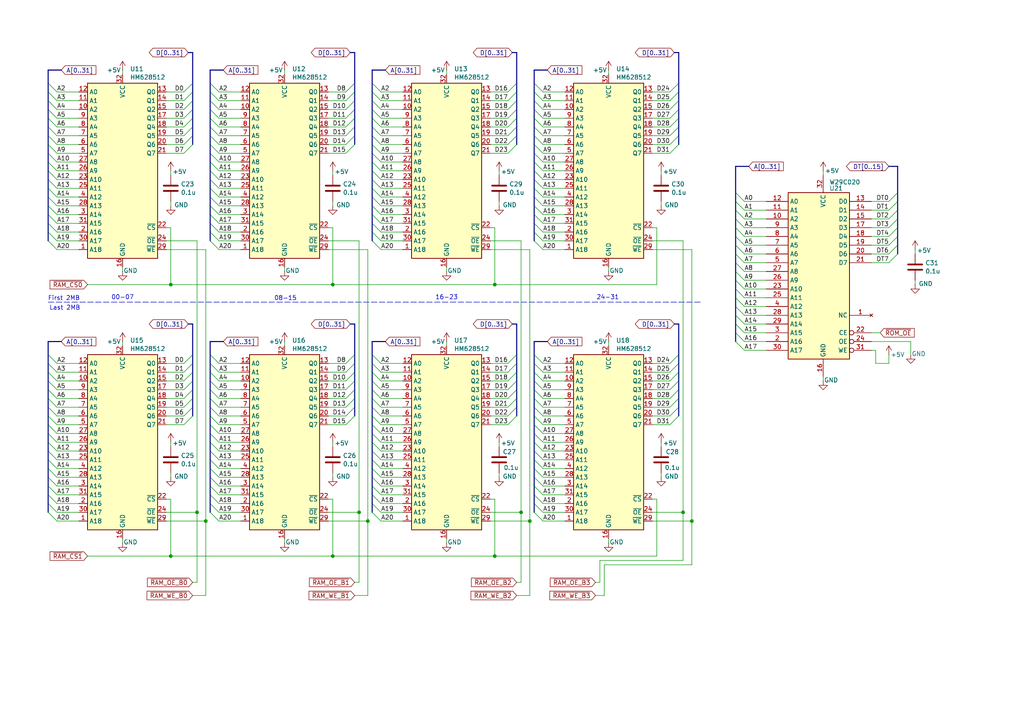
<source format=kicad_sch>
(kicad_sch (version 20250114) (generator "eeschema") (generator_version "9.0")
  (paper "A4")
  (title_block (title "486 Homebrew Computer") (date "2025-09-16") (rev "1") (company "maniek86.xyz") (comment 1 "Total 4MB RAM (eight 512K SRAM chips). 32-bit"))
  (text "16-23" (at 129.54 86.36 0) (effects (font (size 1.27 1.27))))
  (text "First 2MB" (at 18.542 86.614 0) (effects (font (size 1.27 1.27))))
  (text "00-07" (at 35.56 86.36 0) (effects (font (size 1.27 1.27))))
  (text "24-31" (at 176.276 86.36 0) (effects (font (size 1.27 1.27))))
  (text "08-15" (at 82.804 86.614 0) (effects (font (size 1.27 1.27))))
  (text "Last 2MB" (at 18.796 89.408 0) (effects (font (size 1.27 1.27))))
  (junction (at 198.12 148.59))
  (junction (at 151.13 148.59))
  (junction (at 57.15 148.59))
  (junction (at 59.69 151.13))
  (junction (at 104.14 148.59))
  (junction (at 96.52 82.55))
  (junction (at 49.53 161.29))
  (junction (at 96.52 161.29))
  (junction (at 143.51 161.29))
  (junction (at 143.51 82.55))
  (junction (at 200.66 151.13))
  (junction (at 153.67 151.13))
  (junction (at 106.68 151.13))
  (junction (at 49.53 82.55))
  (bus_entry (at 215.9 76.2) (size -2.54 -2.54))
  (bus_entry (at 215.9 58.42) (size -2.54 -2.54))
  (bus_entry (at 147.32 113.03) (size 2.54 -2.54))
  (bus_entry (at 215.9 63.5) (size -2.54 -2.54))
  (bus_entry (at 110.49 140.97) (size -2.54 -2.54))
  (bus_entry (at 110.49 46.99) (size -2.54 -2.54))
  (bus_entry (at 53.34 29.21) (size 2.54 -2.54))
  (bus_entry (at 16.51 67.31) (size -2.54 -2.54))
  (bus_entry (at 100.33 36.83) (size 2.54 -2.54))
  (bus_entry (at 100.33 118.11) (size 2.54 -2.54))
  (bus_entry (at 100.33 39.37) (size 2.54 -2.54))
  (bus_entry (at 147.32 26.67) (size 2.54 -2.54))
  (bus_entry (at 63.5 138.43) (size -2.54 -2.54))
  (bus_entry (at 63.5 29.21) (size -2.54 -2.54))
  (bus_entry (at 63.5 57.15) (size -2.54 -2.54))
  (bus_entry (at 194.31 105.41) (size 2.54 -2.54))
  (bus_entry (at 53.34 115.57) (size 2.54 -2.54))
  (bus_entry (at 157.48 69.85) (size -2.54 -2.54))
  (bus_entry (at 63.5 31.75) (size -2.54 -2.54))
  (bus_entry (at 16.51 128.27) (size -2.54 -2.54))
  (bus_entry (at 194.31 41.91) (size 2.54 -2.54))
  (bus_entry (at 63.5 105.41) (size -2.54 -2.54))
  (bus_entry (at 63.5 125.73) (size -2.54 -2.54))
  (bus_entry (at 147.32 118.11) (size 2.54 -2.54))
  (bus_entry (at 215.9 96.52) (size -2.54 -2.54))
  (bus_entry (at 63.5 123.19) (size -2.54 -2.54))
  (bus_entry (at 147.32 110.49) (size 2.54 -2.54))
  (bus_entry (at 110.49 29.21) (size -2.54 -2.54))
  (bus_entry (at 194.31 113.03) (size 2.54 -2.54))
  (bus_entry (at 110.49 107.95) (size -2.54 -2.54))
  (bus_entry (at 16.51 143.51) (size -2.54 -2.54))
  (bus_entry (at 215.9 88.9) (size -2.54 -2.54))
  (bus_entry (at 157.48 146.05) (size -2.54 -2.54))
  (bus_entry (at 257.81 71.12) (size 2.54 -2.54))
  (bus_entry (at 110.49 54.61) (size -2.54 -2.54))
  (bus_entry (at 63.5 115.57) (size -2.54 -2.54))
  (bus_entry (at 147.32 36.83) (size 2.54 -2.54))
  (bus_entry (at 63.5 120.65) (size -2.54 -2.54))
  (bus_entry (at 16.51 135.89) (size -2.54 -2.54))
  (bus_entry (at 16.51 64.77) (size -2.54 -2.54))
  (bus_entry (at 53.34 118.11) (size 2.54 -2.54))
  (bus_entry (at 110.49 123.19) (size -2.54 -2.54))
  (bus_entry (at 110.49 128.27) (size -2.54 -2.54))
  (bus_entry (at 147.32 31.75) (size 2.54 -2.54))
  (bus_entry (at 16.51 26.67) (size -2.54 -2.54))
  (bus_entry (at 16.51 39.37) (size -2.54 -2.54))
  (bus_entry (at 63.5 110.49) (size -2.54 -2.54))
  (bus_entry (at 110.49 57.15) (size -2.54 -2.54))
  (bus_entry (at 63.5 146.05) (size -2.54 -2.54))
  (bus_entry (at 53.34 105.41) (size 2.54 -2.54))
  (bus_entry (at 100.33 115.57) (size 2.54 -2.54))
  (bus_entry (at 157.48 143.51) (size -2.54 -2.54))
  (bus_entry (at 110.49 31.75) (size -2.54 -2.54))
  (bus_entry (at 63.5 46.99) (size -2.54 -2.54))
  (bus_entry (at 63.5 41.91) (size -2.54 -2.54))
  (bus_entry (at 157.48 64.77) (size -2.54 -2.54))
  (bus_entry (at 157.48 52.07) (size -2.54 -2.54))
  (bus_entry (at 110.49 62.23) (size -2.54 -2.54))
  (bus_entry (at 63.5 148.59) (size -2.54 -2.54))
  (bus_entry (at 215.9 78.74) (size -2.54 -2.54))
  (bus_entry (at 110.49 125.73) (size -2.54 -2.54))
  (bus_entry (at 194.31 120.65) (size 2.54 -2.54))
  (bus_entry (at 100.33 29.21) (size 2.54 -2.54))
  (bus_entry (at 110.49 148.59) (size -2.54 -2.54))
  (bus_entry (at 53.34 110.49) (size 2.54 -2.54))
  (bus_entry (at 110.49 146.05) (size -2.54 -2.54))
  (bus_entry (at 194.31 26.67) (size 2.54 -2.54))
  (bus_entry (at 157.48 105.41) (size -2.54 -2.54))
  (bus_entry (at 63.5 135.89) (size -2.54 -2.54))
  (bus_entry (at 53.34 36.83) (size 2.54 -2.54))
  (bus_entry (at 16.51 125.73) (size -2.54 -2.54))
  (bus_entry (at 147.32 44.45) (size 2.54 -2.54))
  (bus_entry (at 110.49 41.91) (size -2.54 -2.54))
  (bus_entry (at 194.31 44.45) (size 2.54 -2.54))
  (bus_entry (at 63.5 151.13) (size -2.54 -2.54))
  (bus_entry (at 147.32 115.57) (size 2.54 -2.54))
  (bus_entry (at 215.9 83.82) (size -2.54 -2.54))
  (bus_entry (at 110.49 26.67) (size -2.54 -2.54))
  (bus_entry (at 194.31 31.75) (size 2.54 -2.54))
  (bus_entry (at 110.49 110.49) (size -2.54 -2.54))
  (bus_entry (at 110.49 36.83) (size -2.54 -2.54))
  (bus_entry (at 110.49 52.07) (size -2.54 -2.54))
  (bus_entry (at 63.5 34.29) (size -2.54 -2.54))
  (bus_entry (at 16.51 140.97) (size -2.54 -2.54))
  (bus_entry (at 147.32 123.19) (size 2.54 -2.54))
  (bus_entry (at 53.34 41.91) (size 2.54 -2.54))
  (bus_entry (at 157.48 57.15) (size -2.54 -2.54))
  (bus_entry (at 147.32 107.95) (size 2.54 -2.54))
  (bus_entry (at 16.51 133.35) (size -2.54 -2.54))
  (bus_entry (at 16.51 113.03) (size -2.54 -2.54))
  (bus_entry (at 100.33 31.75) (size 2.54 -2.54))
  (bus_entry (at 110.49 138.43) (size -2.54 -2.54))
  (bus_entry (at 16.51 146.05) (size -2.54 -2.54))
  (bus_entry (at 257.81 76.2) (size 2.54 -2.54))
  (bus_entry (at 157.48 44.45) (size -2.54 -2.54))
  (bus_entry (at 53.34 123.19) (size 2.54 -2.54))
  (bus_entry (at 215.9 73.66) (size -2.54 -2.54))
  (bus_entry (at 16.51 107.95) (size -2.54 -2.54))
  (bus_entry (at 110.49 130.81) (size -2.54 -2.54))
  (bus_entry (at 110.49 39.37) (size -2.54 -2.54))
  (bus_entry (at 63.5 36.83) (size -2.54 -2.54))
  (bus_entry (at 16.51 110.49) (size -2.54 -2.54))
  (bus_entry (at 100.33 110.49) (size 2.54 -2.54))
  (bus_entry (at 53.34 120.65) (size 2.54 -2.54))
  (bus_entry (at 16.51 36.83) (size -2.54 -2.54))
  (bus_entry (at 110.49 67.31) (size -2.54 -2.54))
  (bus_entry (at 194.31 118.11) (size 2.54 -2.54))
  (bus_entry (at 63.5 113.03) (size -2.54 -2.54))
  (bus_entry (at 110.49 113.03) (size -2.54 -2.54))
  (bus_entry (at 16.51 49.53) (size -2.54 -2.54))
  (bus_entry (at 147.32 39.37) (size 2.54 -2.54))
  (bus_entry (at 147.32 34.29) (size 2.54 -2.54))
  (bus_entry (at 110.49 133.35) (size -2.54 -2.54))
  (bus_entry (at 194.31 29.21) (size 2.54 -2.54))
  (bus_entry (at 53.34 34.29) (size 2.54 -2.54))
  (bus_entry (at 147.32 105.41) (size 2.54 -2.54))
  (bus_entry (at 63.5 44.45) (size -2.54 -2.54))
  (bus_entry (at 53.34 44.45) (size 2.54 -2.54))
  (bus_entry (at 257.81 58.42) (size 2.54 -2.54))
  (bus_entry (at 215.9 101.6) (size -2.54 -2.54))
  (bus_entry (at 100.33 34.29) (size 2.54 -2.54))
  (bus_entry (at 110.49 115.57) (size -2.54 -2.54))
  (bus_entry (at 215.9 93.98) (size -2.54 -2.54))
  (bus_entry (at 53.34 107.95) (size 2.54 -2.54))
  (bus_entry (at 157.48 138.43) (size -2.54 -2.54))
  (bus_entry (at 157.48 148.59) (size -2.54 -2.54))
  (bus_entry (at 194.31 34.29) (size 2.54 -2.54))
  (bus_entry (at 157.48 113.03) (size -2.54 -2.54))
  (bus_entry (at 63.5 39.37) (size -2.54 -2.54))
  (bus_entry (at 100.33 113.03) (size 2.54 -2.54))
  (bus_entry (at 157.48 140.97) (size -2.54 -2.54))
  (bus_entry (at 110.49 135.89) (size -2.54 -2.54))
  (bus_entry (at 257.81 68.58) (size 2.54 -2.54))
  (bus_entry (at 194.31 123.19) (size 2.54 -2.54))
  (bus_entry (at 157.48 49.53) (size -2.54 -2.54))
  (bus_entry (at 194.31 39.37) (size 2.54 -2.54))
  (bus_entry (at 157.48 41.91) (size -2.54 -2.54))
  (bus_entry (at 194.31 115.57) (size 2.54 -2.54))
  (bus_entry (at 63.5 54.61) (size -2.54 -2.54))
  (bus_entry (at 53.34 113.03) (size 2.54 -2.54))
  (bus_entry (at 63.5 26.67) (size -2.54 -2.54))
  (bus_entry (at 16.51 138.43) (size -2.54 -2.54))
  (bus_entry (at 110.49 59.69) (size -2.54 -2.54))
  (bus_entry (at 63.5 67.31) (size -2.54 -2.54))
  (bus_entry (at 63.5 64.77) (size -2.54 -2.54))
  (bus_entry (at 147.32 41.91) (size 2.54 -2.54))
  (bus_entry (at 110.49 44.45) (size -2.54 -2.54))
  (bus_entry (at 215.9 66.04) (size -2.54 -2.54))
  (bus_entry (at 53.34 39.37) (size 2.54 -2.54))
  (bus_entry (at 16.51 41.91) (size -2.54 -2.54))
  (bus_entry (at 257.81 73.66) (size 2.54 -2.54))
  (bus_entry (at 157.48 110.49) (size -2.54 -2.54))
  (bus_entry (at 16.51 44.45) (size -2.54 -2.54))
  (bus_entry (at 110.49 105.41) (size -2.54 -2.54))
  (bus_entry (at 157.48 135.89) (size -2.54 -2.54))
  (bus_entry (at 257.81 60.96) (size 2.54 -2.54))
  (bus_entry (at 16.51 52.07) (size -2.54 -2.54))
  (bus_entry (at 110.49 151.13) (size -2.54 -2.54))
  (bus_entry (at 63.5 59.69) (size -2.54 -2.54))
  (bus_entry (at 215.9 60.96) (size -2.54 -2.54))
  (bus_entry (at 100.33 41.91) (size 2.54 -2.54))
  (bus_entry (at 257.81 66.04) (size 2.54 -2.54))
  (bus_entry (at 110.49 64.77) (size -2.54 -2.54))
  (bus_entry (at 16.51 31.75) (size -2.54 -2.54))
  (bus_entry (at 110.49 118.11) (size -2.54 -2.54))
  (bus_entry (at 63.5 143.51) (size -2.54 -2.54))
  (bus_entry (at 157.48 34.29) (size -2.54 -2.54))
  (bus_entry (at 157.48 107.95) (size -2.54 -2.54))
  (bus_entry (at 157.48 123.19) (size -2.54 -2.54))
  (bus_entry (at 53.34 31.75) (size 2.54 -2.54))
  (bus_entry (at 157.48 67.31) (size -2.54 -2.54))
  (bus_entry (at 16.51 29.21) (size -2.54 -2.54))
  (bus_entry (at 16.51 62.23) (size -2.54 -2.54))
  (bus_entry (at 157.48 133.35) (size -2.54 -2.54))
  (bus_entry (at 63.5 118.11) (size -2.54 -2.54))
  (bus_entry (at 215.9 86.36) (size -2.54 -2.54))
  (bus_entry (at 100.33 105.41) (size 2.54 -2.54))
  (bus_entry (at 16.51 34.29) (size -2.54 -2.54))
  (bus_entry (at 110.49 143.51) (size -2.54 -2.54))
  (bus_entry (at 215.9 71.12) (size -2.54 -2.54))
  (bus_entry (at 157.48 59.69) (size -2.54 -2.54))
  (bus_entry (at 16.51 46.99) (size -2.54 -2.54))
  (bus_entry (at 63.5 130.81) (size -2.54 -2.54))
  (bus_entry (at 157.48 62.23) (size -2.54 -2.54))
  (bus_entry (at 53.34 26.67) (size 2.54 -2.54))
  (bus_entry (at 110.49 34.29) (size -2.54 -2.54))
  (bus_entry (at 63.5 52.07) (size -2.54 -2.54))
  (bus_entry (at 157.48 54.61) (size -2.54 -2.54))
  (bus_entry (at 257.81 63.5) (size 2.54 -2.54))
  (bus_entry (at 16.51 59.69) (size -2.54 -2.54))
  (bus_entry (at 157.48 120.65) (size -2.54 -2.54))
  (bus_entry (at 157.48 29.21) (size -2.54 -2.54))
  (bus_entry (at 110.49 69.85) (size -2.54 -2.54))
  (bus_entry (at 16.51 151.13) (size -2.54 -2.54))
  (bus_entry (at 194.31 110.49) (size 2.54 -2.54))
  (bus_entry (at 100.33 44.45) (size 2.54 -2.54))
  (bus_entry (at 110.49 120.65) (size -2.54 -2.54))
  (bus_entry (at 100.33 26.67) (size 2.54 -2.54))
  (bus_entry (at 157.48 118.11) (size -2.54 -2.54))
  (bus_entry (at 110.49 72.39) (size -2.54 -2.54))
  (bus_entry (at 194.31 36.83) (size 2.54 -2.54))
  (bus_entry (at 16.51 120.65) (size -2.54 -2.54))
  (bus_entry (at 16.51 148.59) (size -2.54 -2.54))
  (bus_entry (at 157.48 39.37) (size -2.54 -2.54))
  (bus_entry (at 16.51 118.11) (size -2.54 -2.54))
  (bus_entry (at 157.48 151.13) (size -2.54 -2.54))
  (bus_entry (at 16.51 69.85) (size -2.54 -2.54))
  (bus_entry (at 157.48 125.73) (size -2.54 -2.54))
  (bus_entry (at 100.33 123.19) (size 2.54 -2.54))
  (bus_entry (at 157.48 46.99) (size -2.54 -2.54))
  (bus_entry (at 157.48 26.67) (size -2.54 -2.54))
  (bus_entry (at 16.51 105.41) (size -2.54 -2.54))
  (bus_entry (at 63.5 72.39) (size -2.54 -2.54))
  (bus_entry (at 194.31 107.95) (size 2.54 -2.54))
  (bus_entry (at 100.33 120.65) (size 2.54 -2.54))
  (bus_entry (at 157.48 36.83) (size -2.54 -2.54))
  (bus_entry (at 157.48 115.57) (size -2.54 -2.54))
  (bus_entry (at 157.48 72.39) (size -2.54 -2.54))
  (bus_entry (at 215.9 81.28) (size -2.54 -2.54))
  (bus_entry (at 16.51 130.81) (size -2.54 -2.54))
  (bus_entry (at 147.32 120.65) (size 2.54 -2.54))
  (bus_entry (at 16.51 54.61) (size -2.54 -2.54))
  (bus_entry (at 63.5 69.85) (size -2.54 -2.54))
  (bus_entry (at 16.51 115.57) (size -2.54 -2.54))
  (bus_entry (at 110.49 49.53) (size -2.54 -2.54))
  (bus_entry (at 147.32 29.21) (size 2.54 -2.54))
  (bus_entry (at 157.48 31.75) (size -2.54 -2.54))
  (bus_entry (at 63.5 107.95) (size -2.54 -2.54))
  (bus_entry (at 157.48 130.81) (size -2.54 -2.54))
  (bus_entry (at 63.5 49.53) (size -2.54 -2.54))
  (bus_entry (at 215.9 68.58) (size -2.54 -2.54))
  (bus_entry (at 63.5 140.97) (size -2.54 -2.54))
  (bus_entry (at 63.5 128.27) (size -2.54 -2.54))
  (bus_entry (at 215.9 99.06) (size -2.54 -2.54))
  (bus_entry (at 100.33 107.95) (size 2.54 -2.54))
  (bus_entry (at 215.9 91.44) (size -2.54 -2.54))
  (bus_entry (at 157.48 128.27) (size -2.54 -2.54))
  (bus_entry (at 16.51 57.15) (size -2.54 -2.54))
  (bus_entry (at 16.51 123.19) (size -2.54 -2.54))
  (bus_entry (at 63.5 62.23) (size -2.54 -2.54))
  (bus_entry (at 63.5 133.35) (size -2.54 -2.54))
  (bus_entry (at 16.51 72.39) (size -2.54 -2.54))
  (wire (pts (xy 48.26 31.75) (xy 53.34 31.75)))
  (bus (pts (xy 60.96 133.35) (xy 60.96 130.81)))
  (wire (pts (xy 16.51 49.53) (xy 22.86 49.53)))
  (wire (pts (xy 16.51 64.77) (xy 22.86 64.77)))
  (wire (pts (xy 142.24 107.95) (xy 147.32 107.95)))
  (wire (pts (xy 49.53 137.16) (xy 49.53 138.43)))
  (bus (pts (xy 195.58 93.98) (xy 196.85 93.98)))
  (bus (pts (xy 148.59 15.24) (xy 149.86 15.24)))
  (bus (pts (xy 107.95 118.11) (xy 107.95 115.57)))
  (wire (pts (xy 95.25 26.67) (xy 100.33 26.67)))
  (wire (pts (xy 142.24 151.13) (xy 153.67 151.13)))
  (wire (pts (xy 35.56 20.32) (xy 35.56 21.59)))
  (wire (pts (xy 110.49 41.91) (xy 116.84 41.91)))
  (bus (pts (xy 13.97 138.43) (xy 13.97 135.89)))
  (wire (pts (xy 110.49 135.89) (xy 116.84 135.89)))
  (bus (pts (xy 154.94 107.95) (xy 154.94 105.41)))
  (bus (pts (xy 154.94 140.97) (xy 154.94 138.43)))
  (bus (pts (xy 101.6 93.98) (xy 102.87 93.98)))
  (wire (pts (xy 110.49 46.99) (xy 116.84 46.99)))
  (bus (pts (xy 107.95 138.43) (xy 107.95 135.89)))
  (wire (pts (xy 151.13 168.91) (xy 151.13 148.59)))
  (bus (pts (xy 60.96 44.45) (xy 60.96 41.91)))
  (bus (pts (xy 213.36 81.28) (xy 213.36 78.74)))
  (wire (pts (xy 157.48 36.83) (xy 163.83 36.83)))
  (wire (pts (xy 142.24 69.85) (xy 151.13 69.85)))
  (bus (pts (xy 260.35 68.58) (xy 260.35 66.04)))
  (wire (pts (xy 110.49 125.73) (xy 116.84 125.73)))
  (wire (pts (xy 189.23 123.19) (xy 194.31 123.19)))
  (bus (pts (xy 154.94 36.83) (xy 154.94 34.29)))
  (bus (pts (xy 196.85 115.57) (xy 196.85 113.03)))
  (bus (pts (xy 196.85 118.11) (xy 196.85 115.57)))
  (bus (pts (xy 54.61 93.98) (xy 55.88 93.98)))
  (wire (pts (xy 63.5 59.69) (xy 69.85 59.69)))
  (wire (pts (xy 57.15 69.85) (xy 57.15 148.59)))
  (wire (pts (xy 252.73 96.52) (xy 255.27 96.52)))
  (bus (pts (xy 154.94 67.31) (xy 154.94 64.77)))
  (wire (pts (xy 252.73 101.6) (xy 254 101.6)))
  (bus (pts (xy 154.94 105.41) (xy 154.94 102.87)))
  (wire (pts (xy 142.24 39.37) (xy 147.32 39.37)))
  (wire (pts (xy 16.51 130.81) (xy 22.86 130.81)))
  (wire (pts (xy 176.53 156.21) (xy 176.53 157.48)))
  (wire (pts (xy 157.48 123.19) (xy 163.83 123.19)))
  (wire (pts (xy 110.49 143.51) (xy 116.84 143.51)))
  (bus (pts (xy 213.36 66.04) (xy 213.36 63.5)))
  (wire (pts (xy 16.51 138.43) (xy 22.86 138.43)))
  (wire (pts (xy 110.49 110.49) (xy 116.84 110.49)))
  (wire (pts (xy 144.78 58.42) (xy 144.78 59.69)))
  (bus (pts (xy 60.96 130.81) (xy 60.96 128.27)))
  (wire (pts (xy 96.52 161.29) (xy 143.51 161.29)))
  (bus (pts (xy 107.95 125.73) (xy 107.95 123.19)))
  (bus (pts (xy 102.87 102.87) (xy 102.87 93.98)))
  (wire (pts (xy 110.49 123.19) (xy 116.84 123.19)))
  (wire (pts (xy 129.54 156.21) (xy 129.54 157.48)))
  (wire (pts (xy 95.25 113.03) (xy 100.33 113.03)))
  (wire (pts (xy 110.49 115.57) (xy 116.84 115.57)))
  (bus (pts (xy 60.96 31.75) (xy 60.96 29.21)))
  (wire (pts (xy 198.12 162.56) (xy 198.12 148.59)))
  (bus (pts (xy 196.85 120.65) (xy 196.85 118.11)))
  (bus (pts (xy 60.96 113.03) (xy 60.96 110.49)))
  (wire (pts (xy 49.53 161.29) (xy 96.52 161.29)))
  (wire (pts (xy 106.68 151.13) (xy 106.68 172.72)))
  (bus (pts (xy 13.97 54.61) (xy 13.97 52.07)))
  (wire (pts (xy 63.5 54.61) (xy 69.85 54.61)))
  (wire (pts (xy 189.23 29.21) (xy 194.31 29.21)))
  (wire (pts (xy 238.76 49.53) (xy 238.76 50.8)))
  (bus (pts (xy 149.86 24.13) (xy 149.86 15.24)))
  (bus (pts (xy 102.87 113.03) (xy 102.87 110.49)))
  (wire (pts (xy 59.69 72.39) (xy 59.69 151.13)))
  (bus (pts (xy 13.97 110.49) (xy 13.97 107.95)))
  (wire (pts (xy 95.25 39.37) (xy 100.33 39.37)))
  (wire (pts (xy 110.49 105.41) (xy 116.84 105.41)))
  (wire (pts (xy 48.26 110.49) (xy 53.34 110.49)))
  (wire (pts (xy 254 105.41) (xy 257.81 105.41)))
  (wire (pts (xy 102.87 172.72) (xy 106.68 172.72)))
  (bus (pts (xy 154.94 120.65) (xy 154.94 118.11)))
  (bus (pts (xy 196.85 29.21) (xy 196.85 26.67)))
  (wire (pts (xy 157.48 39.37) (xy 163.83 39.37)))
  (bus (pts (xy 102.87 120.65) (xy 102.87 118.11)))
  (bus (pts (xy 60.96 135.89) (xy 60.96 133.35)))
  (wire (pts (xy 143.51 66.04) (xy 143.51 82.55)))
  (wire (pts (xy 110.49 52.07) (xy 116.84 52.07)))
  (wire (pts (xy 63.5 128.27) (xy 69.85 128.27)))
  (wire (pts (xy 189.23 72.39) (xy 200.66 72.39)))
  (bus (pts (xy 13.97 36.83) (xy 13.97 34.29)))
  (bus (pts (xy 60.96 20.32) (xy 64.77 20.32)))
  (wire (pts (xy 215.9 81.28) (xy 222.25 81.28)))
  (wire (pts (xy 48.26 44.45) (xy 53.34 44.45)))
  (bus (pts (xy 213.36 83.82) (xy 213.36 81.28)))
  (bus (pts (xy 102.87 31.75) (xy 102.87 29.21)))
  (bus (pts (xy 149.86 36.83) (xy 149.86 34.29)))
  (bus (pts (xy 107.95 133.35) (xy 107.95 130.81)))
  (bus (pts (xy 13.97 140.97) (xy 13.97 138.43)))
  (bus (pts (xy 60.96 41.91) (xy 60.96 39.37)))
  (wire (pts (xy 252.73 58.42) (xy 257.81 58.42)))
  (bus (pts (xy 13.97 52.07) (xy 13.97 49.53)))
  (wire (pts (xy 95.25 105.41) (xy 100.33 105.41)))
  (bus (pts (xy 13.97 133.35) (xy 13.97 130.81)))
  (wire (pts (xy 142.24 36.83) (xy 147.32 36.83)))
  (bus (pts (xy 213.36 71.12) (xy 213.36 68.58)))
  (bus (pts (xy 13.97 105.41) (xy 13.97 102.87)))
  (wire (pts (xy 16.51 72.39) (xy 22.86 72.39)))
  (wire (pts (xy 63.5 46.99) (xy 69.85 46.99)))
  (wire (pts (xy 189.23 107.95) (xy 194.31 107.95)))
  (bus (pts (xy 60.96 36.83) (xy 60.96 34.29)))
  (wire (pts (xy 63.5 29.21) (xy 69.85 29.21)))
  (wire (pts (xy 157.48 57.15) (xy 163.83 57.15)))
  (wire (pts (xy 16.51 128.27) (xy 22.86 128.27)))
  (wire (pts (xy 215.9 93.98) (xy 222.25 93.98)))
  (bus (pts (xy 195.58 15.24) (xy 196.85 15.24)))
  (bus (pts (xy 13.97 115.57) (xy 13.97 113.03)))
  (bus (pts (xy 55.88 31.75) (xy 55.88 29.21)))
  (wire (pts (xy 215.9 86.36) (xy 222.25 86.36)))
  (wire (pts (xy 49.53 58.42) (xy 49.53 59.69)))
  (wire (pts (xy 82.55 20.32) (xy 82.55 21.59)))
  (wire (pts (xy 55.88 172.72) (xy 59.69 172.72)))
  (bus (pts (xy 107.95 46.99) (xy 107.95 44.45)))
  (bus (pts (xy 260.35 71.12) (xy 260.35 68.58)))
  (wire (pts (xy 63.5 148.59) (xy 69.85 148.59)))
  (bus (pts (xy 60.96 110.49) (xy 60.96 107.95)))
  (wire (pts (xy 142.24 105.41) (xy 147.32 105.41)))
  (bus (pts (xy 60.96 148.59) (xy 60.96 146.05)))
  (wire (pts (xy 157.48 107.95) (xy 163.83 107.95)))
  (wire (pts (xy 106.68 151.13) (xy 106.68 72.39)))
  (bus (pts (xy 149.86 113.03) (xy 149.86 110.49)))
  (wire (pts (xy 48.26 123.19) (xy 53.34 123.19)))
  (wire (pts (xy 110.49 31.75) (xy 116.84 31.75)))
  (wire (pts (xy 265.43 81.28) (xy 265.43 82.55)))
  (wire (pts (xy 63.5 57.15) (xy 69.85 57.15)))
  (wire (pts (xy 157.48 64.77) (xy 163.83 64.77)))
  (wire (pts (xy 35.56 77.47) (xy 35.56 78.74)))
  (bus (pts (xy 154.94 24.13) (xy 154.94 20.32)))
  (bus (pts (xy 55.88 120.65) (xy 55.88 118.11)))
  (bus (pts (xy 55.88 24.13) (xy 55.88 15.24)))
  (bus (pts (xy 154.94 99.06) (xy 158.75 99.06)))
  (bus (pts (xy 102.87 36.83) (xy 102.87 34.29)))
  (wire (pts (xy 110.49 151.13) (xy 116.84 151.13)))
  (bus (pts (xy 13.97 99.06) (xy 17.78 99.06)))
  (wire (pts (xy 16.51 143.51) (xy 22.86 143.51)))
  (wire (pts (xy 157.48 67.31) (xy 163.83 67.31)))
  (bus (pts (xy 149.86 120.65) (xy 149.86 118.11)))
  (wire (pts (xy 110.49 146.05) (xy 116.84 146.05)))
  (wire (pts (xy 95.25 69.85) (xy 104.14 69.85)))
  (bus (pts (xy 107.95 107.95) (xy 107.95 105.41)))
  (bus (pts (xy 60.96 105.41) (xy 60.96 102.87)))
  (wire (pts (xy 49.53 128.27) (xy 49.53 129.54)))
  (bus (pts (xy 154.94 128.27) (xy 154.94 125.73)))
  (wire (pts (xy 257.81 105.41) (xy 257.81 102.87)))
  (wire (pts (xy 48.26 29.21) (xy 53.34 29.21)))
  (wire (pts (xy 96.52 66.04) (xy 96.52 82.55)))
  (wire (pts (xy 143.51 82.55) (xy 190.5 82.55)))
  (bus (pts (xy 60.96 49.53) (xy 60.96 46.99)))
  (bus (pts (xy 60.96 34.29) (xy 60.96 31.75)))
  (wire (pts (xy 142.24 26.67) (xy 147.32 26.67)))
  (bus (pts (xy 13.97 123.19) (xy 13.97 120.65)))
  (wire (pts (xy 190.5 82.55) (xy 190.5 66.04)))
  (bus (pts (xy 13.97 125.73) (xy 13.97 123.19)))
  (bus (pts (xy 13.97 67.31) (xy 13.97 64.77)))
  (bus (pts (xy 107.95 143.51) (xy 107.95 140.97)))
  (bus (pts (xy 149.86 115.57) (xy 149.86 113.03)))
  (wire (pts (xy 189.23 36.83) (xy 194.31 36.83)))
  (wire (pts (xy 157.48 34.29) (xy 163.83 34.29)))
  (bus (pts (xy 260.35 66.04) (xy 260.35 63.5)))
  (wire (pts (xy 157.48 125.73) (xy 163.83 125.73)))
  (wire (pts (xy 95.25 41.91) (xy 100.33 41.91)))
  (wire (pts (xy 59.69 72.39) (xy 48.26 72.39)))
  (wire (pts (xy 63.5 62.23) (xy 69.85 62.23)))
  (bus (pts (xy 196.85 110.49) (xy 196.85 107.95)))
  (bus (pts (xy 102.87 39.37) (xy 102.87 36.83)))
  (wire (pts (xy 49.53 66.04) (xy 49.53 82.55)))
  (wire (pts (xy 63.5 125.73) (xy 69.85 125.73)))
  (wire (pts (xy 142.24 123.19) (xy 147.32 123.19)))
  (bus (pts (xy 149.86 29.21) (xy 149.86 26.67)))
  (wire (pts (xy 254 101.6) (xy 254 105.41)))
  (bus (pts (xy 154.94 57.15) (xy 154.94 54.61)))
  (bus (pts (xy 13.97 34.29) (xy 13.97 31.75)))
  (wire (pts (xy 110.49 57.15) (xy 116.84 57.15)))
  (wire (pts (xy 189.23 69.85) (xy 198.12 69.85)))
  (wire (pts (xy 16.51 118.11) (xy 22.86 118.11)))
  (bus (pts (xy 154.94 39.37) (xy 154.94 36.83)))
  (bus (pts (xy 154.94 69.85) (xy 154.94 67.31)))
  (wire (pts (xy 153.67 72.39) (xy 153.67 151.13)))
  (bus (pts (xy 196.85 36.83) (xy 196.85 34.29)))
  (bus (pts (xy 260.35 60.96) (xy 260.35 58.42)))
  (bus (pts (xy 213.36 58.42) (xy 213.36 55.88)))
  (bus (pts (xy 102.87 110.49) (xy 102.87 107.95)))
  (bus (pts (xy 149.86 118.11) (xy 149.86 115.57)))
  (bus (pts (xy 102.87 105.41) (xy 102.87 102.87)))
  (wire (pts (xy 96.52 144.78) (xy 96.52 161.29)))
  (bus (pts (xy 154.94 46.99) (xy 154.94 44.45)))
  (bus (pts (xy 60.96 62.23) (xy 60.96 59.69)))
  (wire (pts (xy 110.49 72.39) (xy 116.84 72.39)))
  (wire (pts (xy 149.86 168.91) (xy 151.13 168.91)))
  (wire (pts (xy 63.5 69.85) (xy 69.85 69.85)))
  (wire (pts (xy 63.5 113.03) (xy 69.85 113.03)))
  (wire (pts (xy 110.49 113.03) (xy 116.84 113.03)))
  (bus (pts (xy 55.88 110.49) (xy 55.88 107.95)))
  (wire (pts (xy 16.51 59.69) (xy 22.86 59.69)))
  (wire (pts (xy 110.49 62.23) (xy 116.84 62.23)))
  (wire (pts (xy 96.52 128.27) (xy 96.52 129.54)))
  (bus (pts (xy 13.97 26.67) (xy 13.97 24.13)))
  (wire (pts (xy 142.24 110.49) (xy 147.32 110.49)))
  (wire (pts (xy 157.48 54.61) (xy 163.83 54.61)))
  (wire (pts (xy 173.99 168.91) (xy 173.99 162.56)))
  (bus (pts (xy 154.94 133.35) (xy 154.94 130.81)))
  (wire (pts (xy 95.25 118.11) (xy 100.33 118.11)))
  (bus (pts (xy 13.97 39.37) (xy 13.97 36.83)))
  (wire (pts (xy 189.23 34.29) (xy 194.31 34.29)))
  (bus (pts (xy 13.97 31.75) (xy 13.97 29.21)))
  (wire (pts (xy 129.54 77.47) (xy 129.54 78.74)))
  (wire (pts (xy 157.48 146.05) (xy 163.83 146.05)))
  (wire (pts (xy 189.23 31.75) (xy 194.31 31.75)))
  (wire (pts (xy 48.26 26.67) (xy 53.34 26.67)))
  (bus (pts (xy 60.96 107.95) (xy 60.96 105.41)))
  (wire (pts (xy 157.48 115.57) (xy 163.83 115.57)))
  (bus (pts (xy 55.88 26.67) (xy 55.88 24.13)))
  (wire (pts (xy 110.49 54.61) (xy 116.84 54.61)))
  (wire (pts (xy 110.49 67.31) (xy 116.84 67.31)))
  (wire (pts (xy 189.23 105.41) (xy 194.31 105.41)))
  (wire (pts (xy 110.49 26.67) (xy 116.84 26.67)))
  (bus (pts (xy 60.96 118.11) (xy 60.96 115.57)))
  (wire (pts (xy 129.54 99.06) (xy 129.54 100.33)))
  (bus (pts (xy 55.88 36.83) (xy 55.88 34.29)))
  (wire (pts (xy 252.73 76.2) (xy 257.81 76.2)))
  (wire (pts (xy 110.49 29.21) (xy 116.84 29.21)))
  (wire (pts (xy 95.25 115.57) (xy 100.33 115.57)))
  (bus (pts (xy 196.85 107.95) (xy 196.85 105.41)))
  (wire (pts (xy 142.24 115.57) (xy 147.32 115.57)))
  (wire (pts (xy 63.5 72.39) (xy 69.85 72.39)))
  (bus (pts (xy 107.95 123.19) (xy 107.95 120.65)))
  (bus (pts (xy 102.87 26.67) (xy 102.87 24.13)))
  (wire (pts (xy 157.48 151.13) (xy 163.83 151.13)))
  (bus (pts (xy 60.96 64.77) (xy 60.96 62.23)))
  (bus (pts (xy 154.94 130.81) (xy 154.94 128.27)))
  (bus (pts (xy 154.94 135.89) (xy 154.94 133.35)))
  (wire (pts (xy 35.56 99.06) (xy 35.56 100.33)))
  (wire (pts (xy 110.49 36.83) (xy 116.84 36.83)))
  (bus (pts (xy 196.85 113.03) (xy 196.85 110.49)))
  (wire (pts (xy 63.5 36.83) (xy 69.85 36.83)))
  (bus (pts (xy 154.94 44.45) (xy 154.94 41.91)))
  (wire (pts (xy 200.66 163.83) (xy 175.26 163.83)))
  (bus (pts (xy 102.87 29.21) (xy 102.87 26.67)))
  (wire (pts (xy 175.26 163.83) (xy 175.26 172.72)))
  (bus (pts (xy 196.85 41.91) (xy 196.85 39.37)))
  (wire (pts (xy 149.86 172.72) (xy 153.67 172.72)))
  (wire (pts (xy 142.24 118.11) (xy 147.32 118.11)))
  (bus (pts (xy 213.36 78.74) (xy 213.36 76.2)))
  (bus (pts (xy 107.95 41.91) (xy 107.95 39.37)))
  (bus (pts (xy 13.97 146.05) (xy 13.97 143.51)))
  (wire (pts (xy 16.51 44.45) (xy 22.86 44.45)))
  (wire (pts (xy 215.9 71.12) (xy 222.25 71.12)))
  (wire (pts (xy 157.48 44.45) (xy 163.83 44.45)))
  (wire (pts (xy 157.48 128.27) (xy 163.83 128.27)))
  (wire (pts (xy 142.24 113.03) (xy 147.32 113.03)))
  (wire (pts (xy 215.9 78.74) (xy 222.25 78.74)))
  (bus (pts (xy 154.94 102.87) (xy 154.94 99.06)))
  (wire (pts (xy 200.66 72.39) (xy 200.66 151.13)))
  (bus (pts (xy 196.85 24.13) (xy 196.85 15.24)))
  (wire (pts (xy 63.5 115.57) (xy 69.85 115.57)))
  (bus (pts (xy 13.97 135.89) (xy 13.97 133.35)))
  (wire (pts (xy 173.99 162.56) (xy 198.12 162.56)))
  (bus (pts (xy 13.97 148.59) (xy 13.97 146.05)))
  (bus (pts (xy 55.88 102.87) (xy 55.88 93.98)))
  (bus (pts (xy 107.95 31.75) (xy 107.95 29.21)))
  (wire (pts (xy 157.48 52.07) (xy 163.83 52.07)))
  (wire (pts (xy 25.4 82.55) (xy 49.53 82.55)))
  (bus (pts (xy 154.94 31.75) (xy 154.94 29.21)))
  (wire (pts (xy 129.54 20.32) (xy 129.54 21.59)))
  (wire (pts (xy 265.43 72.39) (xy 265.43 73.66)))
  (wire (pts (xy 106.68 72.39) (xy 95.25 72.39)))
  (bus (pts (xy 107.95 26.67) (xy 107.95 24.13)))
  (bus (pts (xy 154.94 138.43) (xy 154.94 135.89)))
  (wire (pts (xy 48.26 113.03) (xy 53.34 113.03)))
  (wire (pts (xy 63.5 120.65) (xy 69.85 120.65)))
  (wire (pts (xy 190.5 144.78) (xy 189.23 144.78)))
  (wire (pts (xy 82.55 99.06) (xy 82.55 100.33)))
  (bus (pts (xy 213.36 55.88) (xy 213.36 48.26)))
  (wire (pts (xy 63.5 105.41) (xy 69.85 105.41)))
  (bus (pts (xy 107.95 128.27) (xy 107.95 125.73)))
  (wire (pts (xy 110.49 130.81) (xy 116.84 130.81)))
  (wire (pts (xy 16.51 31.75) (xy 22.86 31.75)))
  (wire (pts (xy 49.53 82.55) (xy 96.52 82.55)))
  (wire (pts (xy 157.48 49.53) (xy 163.83 49.53)))
  (bus (pts (xy 107.95 120.65) (xy 107.95 118.11)))
  (wire (pts (xy 16.51 29.21) (xy 22.86 29.21)))
  (bus (pts (xy 60.96 99.06) (xy 64.77 99.06)))
  (bus (pts (xy 13.97 41.91) (xy 13.97 39.37)))
  (wire (pts (xy 16.51 36.83) (xy 22.86 36.83)))
  (bus (pts (xy 149.86 34.29) (xy 149.86 31.75)))
  (wire (pts (xy 16.51 107.95) (xy 22.86 107.95)))
  (wire (pts (xy 16.51 113.03) (xy 22.86 113.03)))
  (wire (pts (xy 16.51 105.41) (xy 22.86 105.41)))
  (wire (pts (xy 215.9 99.06) (xy 222.25 99.06)))
  (wire (pts (xy 16.51 135.89) (xy 22.86 135.89)))
  (wire (pts (xy 63.5 130.81) (xy 69.85 130.81)))
  (wire (pts (xy 172.72 168.91) (xy 173.99 168.91)))
  (wire (pts (xy 49.53 49.53) (xy 49.53 50.8)))
  (wire (pts (xy 63.5 34.29) (xy 69.85 34.29)))
  (wire (pts (xy 215.9 58.42) (xy 222.25 58.42)))
  (wire (pts (xy 63.5 49.53) (xy 69.85 49.53)))
  (wire (pts (xy 16.51 133.35) (xy 22.86 133.35)))
  (bus (pts (xy 149.86 102.87) (xy 149.86 93.98)))
  (bus (pts (xy 148.59 93.98) (xy 149.86 93.98)))
  (bus (pts (xy 13.97 102.87) (xy 13.97 99.06)))
  (bus (pts (xy 60.96 67.31) (xy 60.96 64.77)))
  (bus (pts (xy 213.36 48.26) (xy 217.17 48.26)))
  (bus (pts (xy 60.96 146.05) (xy 60.96 143.51)))
  (wire (pts (xy 110.49 128.27) (xy 116.84 128.27)))
  (bus (pts (xy 107.95 140.97) (xy 107.95 138.43)))
  (bus (pts (xy 102.87 107.95) (xy 102.87 105.41)))
  (wire (pts (xy 16.51 62.23) (xy 22.86 62.23)))
  (wire (pts (xy 96.52 82.55) (xy 143.51 82.55)))
  (bus (pts (xy 60.96 140.97) (xy 60.96 138.43)))
  (wire (pts (xy 110.49 64.77) (xy 116.84 64.77)))
  (wire (pts (xy 157.48 46.99) (xy 163.83 46.99)))
  (wire (pts (xy 16.51 41.91) (xy 22.86 41.91)))
  (bus (pts (xy 60.96 128.27) (xy 60.96 125.73)))
  (wire (pts (xy 63.5 143.51) (xy 69.85 143.51)))
  (wire (pts (xy 110.49 140.97) (xy 116.84 140.97)))
  (wire (pts (xy 48.26 41.91) (xy 53.34 41.91)))
  (wire (pts (xy 215.9 88.9) (xy 222.25 88.9)))
  (bus (pts (xy 154.94 123.19) (xy 154.94 120.65)))
  (bus (pts (xy 107.95 29.21) (xy 107.95 26.67)))
  (bus (pts (xy 107.95 44.45) (xy 107.95 41.91)))
  (bus (pts (xy 107.95 110.49) (xy 107.95 107.95)))
  (wire (pts (xy 63.5 26.67) (xy 69.85 26.67)))
  (bus (pts (xy 107.95 99.06) (xy 111.76 99.06)))
  (wire (pts (xy 200.66 151.13) (xy 200.66 163.83)))
  (wire (pts (xy 142.24 66.04) (xy 143.51 66.04)))
  (wire (pts (xy 142.24 44.45) (xy 147.32 44.45)))
  (bus (pts (xy 107.95 59.69) (xy 107.95 57.15)))
  (bus (pts (xy 107.95 102.87) (xy 107.95 99.06)))
  (wire (pts (xy 59.69 151.13) (xy 59.69 172.72)))
  (bus (pts (xy 154.94 29.21) (xy 154.94 26.67)))
  (bus (pts (xy 60.96 120.65) (xy 60.96 118.11)))
  (bus (pts (xy 196.85 105.41) (xy 196.85 102.87)))
  (bus (pts (xy 154.94 125.73) (xy 154.94 123.19)))
  (wire (pts (xy 95.25 31.75) (xy 100.33 31.75)))
  (bus (pts (xy 13.97 118.11) (xy 13.97 115.57)))
  (wire (pts (xy 142.24 120.65) (xy 147.32 120.65)))
  (bus (pts (xy 149.86 41.91) (xy 149.86 39.37)))
  (wire (pts (xy 191.77 49.53) (xy 191.77 50.8)))
  (wire (pts (xy 95.25 66.04) (xy 96.52 66.04)))
  (wire (pts (xy 144.78 137.16) (xy 144.78 138.43)))
  (wire (pts (xy 63.5 146.05) (xy 69.85 146.05)))
  (bus (pts (xy 149.86 26.67) (xy 149.86 24.13)))
  (bus (pts (xy 213.36 96.52) (xy 213.36 93.98)))
  (bus (pts (xy 257.81 48.26) (xy 260.35 48.26)))
  (wire (pts (xy 16.51 46.99) (xy 22.86 46.99)))
  (wire (pts (xy 215.9 96.52) (xy 222.25 96.52)))
  (wire (pts (xy 157.48 140.97) (xy 163.83 140.97)))
  (wire (pts (xy 157.48 72.39) (xy 163.83 72.39)))
  (wire (pts (xy 198.12 148.59) (xy 198.12 69.85)))
  (wire (pts (xy 104.14 168.91) (xy 104.14 148.59)))
  (bus (pts (xy 260.35 58.42) (xy 260.35 55.88)))
  (bus (pts (xy 154.94 26.67) (xy 154.94 24.13)))
  (wire (pts (xy 142.24 148.59) (xy 151.13 148.59)))
  (wire (pts (xy 110.49 138.43) (xy 116.84 138.43)))
  (wire (pts (xy 63.5 138.43) (xy 69.85 138.43)))
  (wire (pts (xy 142.24 29.21) (xy 147.32 29.21)))
  (bus (pts (xy 60.96 143.51) (xy 60.96 140.97)))
  (wire (pts (xy 63.5 123.19) (xy 69.85 123.19)))
  (wire (pts (xy 176.53 20.32) (xy 176.53 21.59)))
  (wire (pts (xy 95.25 144.78) (xy 96.52 144.78)))
  (wire (pts (xy 16.51 120.65) (xy 22.86 120.65)))
  (wire (pts (xy 110.49 49.53) (xy 116.84 49.53)))
  (wire (pts (xy 48.26 118.11) (xy 53.34 118.11)))
  (bus (pts (xy 107.95 34.29) (xy 107.95 31.75)))
  (wire (pts (xy 63.5 52.07) (xy 69.85 52.07)))
  (wire (pts (xy 95.25 148.59) (xy 104.14 148.59)))
  (wire (pts (xy 110.49 59.69) (xy 116.84 59.69)))
  (wire (pts (xy 16.51 148.59) (xy 22.86 148.59)))
  (wire (pts (xy 63.5 133.35) (xy 69.85 133.35)))
  (wire (pts (xy 96.52 137.16) (xy 96.52 138.43)))
  (wire (pts (xy 48.26 34.29) (xy 53.34 34.29)))
  (bus (pts (xy 13.97 59.69) (xy 13.97 57.15)))
  (bus (pts (xy 102.87 115.57) (xy 102.87 113.03)))
  (bus (pts (xy 60.96 24.13) (xy 60.96 20.32)))
  (wire (pts (xy 157.48 105.41) (xy 163.83 105.41)))
  (wire (pts (xy 16.51 151.13) (xy 22.86 151.13)))
  (bus (pts (xy 101.6 15.24) (xy 102.87 15.24)))
  (wire (pts (xy 151.13 148.59) (xy 151.13 69.85)))
  (wire (pts (xy 157.48 135.89) (xy 163.83 135.89)))
  (bus (pts (xy 107.95 105.41) (xy 107.95 102.87)))
  (bus (pts (xy 107.95 148.59) (xy 107.95 146.05)))
  (wire (pts (xy 16.51 54.61) (xy 22.86 54.61)))
  (bus (pts (xy 107.95 20.32) (xy 111.76 20.32)))
  (wire (pts (xy 157.48 62.23) (xy 163.83 62.23)))
  (wire (pts (xy 157.48 59.69) (xy 163.83 59.69)))
  (wire (pts (xy 215.9 101.6) (xy 222.25 101.6)))
  (bus (pts (xy 55.88 105.41) (xy 55.88 102.87)))
  (wire (pts (xy 142.24 144.78) (xy 143.51 144.78)))
  (bus (pts (xy 196.85 39.37) (xy 196.85 36.83)))
  (bus (pts (xy 196.85 102.87) (xy 196.85 93.98)))
  (wire (pts (xy 157.48 41.91) (xy 163.83 41.91)))
  (wire (pts (xy 110.49 69.85) (xy 116.84 69.85)))
  (wire (pts (xy 95.25 29.21) (xy 100.33 29.21)))
  (bus (pts (xy 13.97 128.27) (xy 13.97 125.73)))
  (bus (pts (xy 13.97 46.99) (xy 13.97 44.45)))
  (wire (pts (xy 142.24 31.75) (xy 147.32 31.75)))
  (bus (pts (xy 13.97 29.21) (xy 13.97 26.67)))
  (bus (pts (xy 13.97 64.77) (xy 13.97 62.23)))
  (wire (pts (xy 95.25 36.83) (xy 100.33 36.83)))
  (wire (pts (xy 16.51 140.97) (xy 22.86 140.97)))
  (wire (pts (xy 157.48 26.67) (xy 163.83 26.67)))
  (wire (pts (xy 215.9 63.5) (xy 222.25 63.5)))
  (bus (pts (xy 260.35 63.5) (xy 260.35 60.96)))
  (bus (pts (xy 60.96 46.99) (xy 60.96 44.45)))
  (wire (pts (xy 95.25 120.65) (xy 100.33 120.65)))
  (bus (pts (xy 213.36 73.66) (xy 213.36 71.12)))
  (wire (pts (xy 48.26 39.37) (xy 53.34 39.37)))
  (bus (pts (xy 154.94 110.49) (xy 154.94 107.95)))
  (wire (pts (xy 48.26 144.78) (xy 49.53 144.78)))
  (bus (pts (xy 60.96 138.43) (xy 60.96 135.89)))
  (bus (pts (xy 107.95 115.57) (xy 107.95 113.03)))
  (bus (pts (xy 213.36 63.5) (xy 213.36 60.96)))
  (wire (pts (xy 190.5 161.29) (xy 190.5 144.78)))
  (bus (pts (xy 149.86 105.41) (xy 149.86 102.87)))
  (wire (pts (xy 143.51 161.29) (xy 190.5 161.29)))
  (wire (pts (xy 153.67 151.13) (xy 153.67 172.72)))
  (bus (pts (xy 107.95 146.05) (xy 107.95 143.51)))
  (wire (pts (xy 157.48 138.43) (xy 163.83 138.43)))
  (wire (pts (xy 63.5 39.37) (xy 69.85 39.37)))
  (bus (pts (xy 102.87 118.11) (xy 102.87 115.57)))
  (wire (pts (xy 157.48 118.11) (xy 163.83 118.11)))
  (wire (pts (xy 16.51 69.85) (xy 22.86 69.85)))
  (bus (pts (xy 13.97 49.53) (xy 13.97 46.99)))
  (wire (pts (xy 189.23 41.91) (xy 194.31 41.91)))
  (bus (pts (xy 13.97 120.65) (xy 13.97 118.11)))
  (bus (pts (xy 107.95 54.61) (xy 107.95 52.07)))
  (wire (pts (xy 48.26 69.85) (xy 57.15 69.85)))
  (bus (pts (xy 149.86 107.95) (xy 149.86 105.41)))
  (wire (pts (xy 189.23 148.59) (xy 198.12 148.59)))
  (bus (pts (xy 154.94 118.11) (xy 154.94 115.57)))
  (wire (pts (xy 157.48 110.49) (xy 163.83 110.49)))
  (bus (pts (xy 13.97 69.85) (xy 13.97 67.31)))
  (wire (pts (xy 16.51 39.37) (xy 22.86 39.37)))
  (wire (pts (xy 63.5 110.49) (xy 69.85 110.49)))
  (bus (pts (xy 13.97 113.03) (xy 13.97 110.49)))
  (wire (pts (xy 63.5 64.77) (xy 69.85 64.77)))
  (wire (pts (xy 110.49 148.59) (xy 116.84 148.59)))
  (wire (pts (xy 142.24 41.91) (xy 147.32 41.91)))
  (bus (pts (xy 107.95 49.53) (xy 107.95 46.99)))
  (wire (pts (xy 189.23 113.03) (xy 194.31 113.03)))
  (wire (pts (xy 215.9 76.2) (xy 222.25 76.2)))
  (wire (pts (xy 157.48 130.81) (xy 163.83 130.81)))
  (wire (pts (xy 238.76 109.22) (xy 238.76 110.49)))
  (wire (pts (xy 57.15 168.91) (xy 55.88 168.91)))
  (bus (pts (xy 55.88 115.57) (xy 55.88 113.03)))
  (bus (pts (xy 13.97 143.51) (xy 13.97 140.97)))
  (wire (pts (xy 189.23 118.11) (xy 194.31 118.11)))
  (wire (pts (xy 63.5 135.89) (xy 69.85 135.89)))
  (wire (pts (xy 142.24 72.39) (xy 153.67 72.39)))
  (bus (pts (xy 260.35 73.66) (xy 260.35 71.12)))
  (wire (pts (xy 25.4 161.29) (xy 49.53 161.29)))
  (wire (pts (xy 63.5 151.13) (xy 69.85 151.13)))
  (bus (pts (xy 54.61 15.24) (xy 55.88 15.24)))
  (wire (pts (xy 110.49 118.11) (xy 116.84 118.11)))
  (wire (pts (xy 48.26 148.59) (xy 57.15 148.59)))
  (wire (pts (xy 95.25 107.95) (xy 100.33 107.95)))
  (bus (pts (xy 154.94 148.59) (xy 154.94 146.05)))
  (wire (pts (xy 144.78 128.27) (xy 144.78 129.54)))
  (wire (pts (xy 16.51 125.73) (xy 22.86 125.73)))
  (bus (pts (xy 107.95 36.83) (xy 107.95 34.29)))
  (bus (pts (xy 13.97 24.13) (xy 13.97 20.32)))
  (wire (pts (xy 143.51 144.78) (xy 143.51 161.29)))
  (wire (pts (xy 48.26 36.83) (xy 53.34 36.83)))
  (bus (pts (xy 13.97 107.95) (xy 13.97 105.41)))
  (wire (pts (xy 215.9 68.58) (xy 222.25 68.58)))
  (wire (pts (xy 16.51 146.05) (xy 22.86 146.05)))
  (wire (pts (xy 172.72 172.72) (xy 175.26 172.72)))
  (bus (pts (xy 13.97 62.23) (xy 13.97 59.69)))
  (wire (pts (xy 95.25 110.49) (xy 100.33 110.49)))
  (wire (pts (xy 157.48 133.35) (xy 163.83 133.35)))
  (bus (pts (xy 213.36 60.96) (xy 213.36 58.42)))
  (bus (pts (xy 154.94 49.53) (xy 154.94 46.99)))
  (bus (pts (xy 13.97 130.81) (xy 13.97 128.27)))
  (wire (pts (xy 63.5 67.31) (xy 69.85 67.31)))
  (bus (pts (xy 13.97 20.32) (xy 17.78 20.32)))
  (bus (pts (xy 196.85 31.75) (xy 196.85 29.21)))
  (wire (pts (xy 63.5 31.75) (xy 69.85 31.75)))
  (wire (pts (xy 16.51 52.07) (xy 22.86 52.07)))
  (wire (pts (xy 190.5 66.04) (xy 189.23 66.04)))
  (bus (pts (xy 107.95 67.31) (xy 107.95 64.77)))
  (bus (pts (xy 55.88 118.11) (xy 55.88 115.57)))
  (wire (pts (xy 264.16 99.06) (xy 252.73 99.06)))
  (wire (pts (xy 191.77 58.42) (xy 191.77 59.69)))
  (wire (pts (xy 49.53 144.78) (xy 49.53 161.29)))
  (wire (pts (xy 48.26 120.65) (xy 53.34 120.65)))
  (wire (pts (xy 264.16 102.87) (xy 264.16 99.06)))
  (bus (pts (xy 107.95 113.03) (xy 107.95 110.49)))
  (wire (pts (xy 110.49 107.95) (xy 116.84 107.95)))
  (wire (pts (xy 215.9 91.44) (xy 222.25 91.44)))
  (bus (pts (xy 154.94 20.32) (xy 158.75 20.32)))
  (bus (pts (xy 213.36 93.98) (xy 213.36 91.44)))
  (wire (pts (xy 189.23 26.67) (xy 194.31 26.67)))
  (wire (pts (xy 157.48 31.75) (xy 163.83 31.75)))
  (bus (pts (xy 55.88 29.21) (xy 55.88 26.67)))
  (bus (pts (xy 107.95 57.15) (xy 107.95 54.61)))
  (wire (pts (xy 157.48 143.51) (xy 163.83 143.51)))
  (wire (pts (xy 48.26 66.04) (xy 49.53 66.04)))
  (wire (pts (xy 110.49 34.29) (xy 116.84 34.29)))
  (bus (pts (xy 213.36 86.36) (xy 213.36 83.82)))
  (wire (pts (xy 157.48 148.59) (xy 163.83 148.59)))
  (bus (pts (xy 13.97 57.15) (xy 13.97 54.61)))
  (wire (pts (xy 252.73 66.04) (xy 257.81 66.04)))
  (bus (pts (xy 154.94 41.91) (xy 154.94 39.37)))
  (bus (pts (xy 13.97 44.45) (xy 13.97 41.91)))
  (bus (pts (xy 149.86 110.49) (xy 149.86 107.95)))
  (wire (pts (xy 48.26 151.13) (xy 59.69 151.13)))
  (wire (pts (xy 191.77 128.27) (xy 191.77 129.54)))
  (bus (pts (xy 102.87 24.13) (xy 102.87 15.24)))
  (wire (pts (xy 215.9 60.96) (xy 222.25 60.96)))
  (bus (pts (xy 154.94 52.07) (xy 154.94 49.53)))
  (wire (pts (xy 189.23 120.65) (xy 194.31 120.65)))
  (wire (pts (xy 16.51 110.49) (xy 22.86 110.49)))
  (wire (pts (xy 82.55 156.21) (xy 82.55 157.48)))
  (bus (pts (xy 107.95 69.85) (xy 107.95 67.31)))
  (bus (pts (xy 154.94 34.29) (xy 154.94 31.75)))
  (wire (pts (xy 144.78 49.53) (xy 144.78 50.8)))
  (wire (pts (xy 215.9 73.66) (xy 222.25 73.66)))
  (bus (pts (xy 55.88 34.29) (xy 55.88 31.75)))
  (wire (pts (xy 157.48 113.03) (xy 163.83 113.03)))
  (wire (pts (xy 95.25 44.45) (xy 100.33 44.45)))
  (bus (pts (xy 149.86 31.75) (xy 149.86 29.21)))
  (wire (pts (xy 252.73 60.96) (xy 257.81 60.96)))
  (wire (pts (xy 110.49 133.35) (xy 116.84 133.35)))
  (wire (pts (xy 189.23 44.45) (xy 194.31 44.45)))
  (bus (pts (xy 102.87 34.29) (xy 102.87 31.75)))
  (bus (pts (xy 196.85 26.67) (xy 196.85 24.13)))
  (wire (pts (xy 63.5 107.95) (xy 69.85 107.95)))
  (bus (pts (xy 55.88 41.91) (xy 55.88 39.37)))
  (bus (pts (xy 60.96 54.61) (xy 60.96 52.07)))
  (wire (pts (xy 63.5 140.97) (xy 69.85 140.97)))
  (wire (pts (xy 16.51 34.29) (xy 22.86 34.29)))
  (polyline (pts (xy 13.97 87.63) (xy 203.2 87.63)) (stroke (width 0) (type dash)))
  (wire (pts (xy 35.56 156.21) (xy 35.56 157.48)))
  (bus (pts (xy 107.95 52.07) (xy 107.95 49.53)))
  (bus (pts (xy 60.96 123.19) (xy 60.96 120.65)))
  (wire (pts (xy 252.73 63.5) (xy 257.81 63.5)))
  (bus (pts (xy 60.96 102.87) (xy 60.96 99.06)))
  (bus (pts (xy 107.95 24.13) (xy 107.95 20.32)))
  (wire (pts (xy 95.25 34.29) (xy 100.33 34.29)))
  (bus (pts (xy 213.36 99.06) (xy 213.36 96.52)))
  (wire (pts (xy 189.23 39.37) (xy 194.31 39.37)))
  (wire (pts (xy 157.48 120.65) (xy 163.83 120.65)))
  (bus (pts (xy 55.88 113.03) (xy 55.88 110.49)))
  (bus (pts (xy 60.96 26.67) (xy 60.96 24.13)))
  (bus (pts (xy 60.96 29.21) (xy 60.96 26.67)))
  (bus (pts (xy 154.94 62.23) (xy 154.94 59.69)))
  (bus (pts (xy 107.95 130.81) (xy 107.95 128.27)))
  (wire (pts (xy 82.55 77.47) (xy 82.55 78.74)))
  (bus (pts (xy 55.88 107.95) (xy 55.88 105.41)))
  (wire (pts (xy 142.24 34.29) (xy 147.32 34.29)))
  (wire (pts (xy 16.51 26.67) (xy 22.86 26.67)))
  (wire (pts (xy 189.23 115.57) (xy 194.31 115.57)))
  (bus (pts (xy 154.94 54.61) (xy 154.94 52.07)))
  (wire (pts (xy 215.9 66.04) (xy 222.25 66.04)))
  (wire (pts (xy 16.51 123.19) (xy 22.86 123.19)))
  (wire (pts (xy 110.49 44.45) (xy 116.84 44.45)))
  (bus (pts (xy 213.36 88.9) (xy 213.36 86.36)))
  (bus (pts (xy 149.86 39.37) (xy 149.86 36.83)))
  (wire (pts (xy 96.52 49.53) (xy 96.52 50.8)))
  (wire (pts (xy 95.25 151.13) (xy 106.68 151.13)))
  (bus (pts (xy 213.36 91.44) (xy 213.36 88.9)))
  (wire (pts (xy 110.49 39.37) (xy 116.84 39.37)))
  (bus (pts (xy 154.94 143.51) (xy 154.94 140.97)))
  (bus (pts (xy 196.85 34.29) (xy 196.85 31.75)))
  (bus (pts (xy 60.96 57.15) (xy 60.96 54.61)))
  (bus (pts (xy 154.94 59.69) (xy 154.94 57.15)))
  (wire (pts (xy 16.51 67.31) (xy 22.86 67.31)))
  (bus (pts (xy 154.94 115.57) (xy 154.94 113.03)))
  (wire (pts (xy 189.23 110.49) (xy 194.31 110.49)))
  (bus (pts (xy 213.36 76.2) (xy 213.36 73.66)))
  (wire (pts (xy 57.15 148.59) (xy 57.15 168.91)))
  (bus (pts (xy 107.95 39.37) (xy 107.95 36.83)))
  (bus (pts (xy 55.88 39.37) (xy 55.88 36.83)))
  (wire (pts (xy 157.48 69.85) (xy 163.83 69.85)))
  (bus (pts (xy 107.95 62.23) (xy 107.95 59.69)))
  (wire (pts (xy 252.73 68.58) (xy 257.81 68.58)))
  (bus (pts (xy 60.96 125.73) (xy 60.96 123.19)))
  (bus (pts (xy 154.94 64.77) (xy 154.94 62.23)))
  (bus (pts (xy 107.95 64.77) (xy 107.95 62.23)))
  (bus (pts (xy 60.96 39.37) (xy 60.96 36.83)))
  (bus (pts (xy 154.94 146.05) (xy 154.94 143.51)))
  (wire (pts (xy 95.25 123.19) (xy 100.33 123.19)))
  (bus (pts (xy 102.87 41.91) (xy 102.87 39.37)))
  (bus (pts (xy 60.96 59.69) (xy 60.96 57.15)))
  (wire (pts (xy 16.51 115.57) (xy 22.86 115.57)))
  (wire (pts (xy 48.26 115.57) (xy 53.34 115.57)))
  (wire (pts (xy 63.5 44.45) (xy 69.85 44.45)))
  (wire (pts (xy 104.14 148.59) (xy 104.14 69.85)))
  (bus (pts (xy 260.35 55.88) (xy 260.35 48.26)))
  (bus (pts (xy 60.96 52.07) (xy 60.96 49.53)))
  (wire (pts (xy 191.77 137.16) (xy 191.77 138.43)))
  (wire (pts (xy 252.73 73.66) (xy 257.81 73.66)))
  (wire (pts (xy 63.5 118.11) (xy 69.85 118.11)))
  (bus (pts (xy 154.94 113.03) (xy 154.94 110.49)))
  (wire (pts (xy 16.51 57.15) (xy 22.86 57.15)))
  (wire (pts (xy 102.87 168.91) (xy 104.14 168.91)))
  (bus (pts (xy 213.36 68.58) (xy 213.36 66.04)))
  (wire (pts (xy 63.5 41.91) (xy 69.85 41.91)))
  (wire (pts (xy 176.53 99.06) (xy 176.53 100.33)))
  (wire (pts (xy 48.26 107.95) (xy 53.34 107.95)))
  (bus (pts (xy 60.96 69.85) (xy 60.96 67.31)))
  (wire (pts (xy 157.48 29.21) (xy 163.83 29.21)))
  (wire (pts (xy 48.26 105.41) (xy 53.34 105.41)))
  (wire (pts (xy 110.49 120.65) (xy 116.84 120.65)))
  (wire (pts (xy 215.9 83.82) (xy 222.25 83.82)))
  (wire (pts (xy 189.23 151.13) (xy 200.66 151.13)))
  (wire (pts (xy 252.73 71.12) (xy 257.81 71.12)))
  (wire (pts (xy 96.52 58.42) (xy 96.52 59.69)))
  (bus (pts (xy 107.95 135.89) (xy 107.95 133.35)))
  (wire (pts (xy 176.53 77.47) (xy 176.53 78.74)))
  (bus (pts (xy 60.96 115.57) (xy 60.96 113.03)))
  (label "DT4" (at 257.81 68.58 180))
  (label "D17" (at 147.32 29.21 180))
  (label "A9" (at 16.51 44.45 0))
  (label "D16" (at 147.32 105.41 180))
  (label "A5" (at 110.49 34.29 0))
  (label "A9" (at 157.48 44.45 0))
  (label "D19" (at 147.32 113.03 180))
  (label "A20" (at 110.49 151.13 0))
  (label "A18" (at 110.49 67.31 0))
  (label "D19" (at 147.32 34.29 180))
  (label "D8" (at 100.33 26.67 180))
  (label "D10" (at 100.33 31.75 180))
  (label "A15" (at 110.49 138.43 0))
  (label "DT1" (at 257.81 60.96 180))
  (label "A8" (at 110.49 41.91 0))
  (label "A18" (at 157.48 146.05 0))
  (label "A18" (at 157.48 67.31 0))
  (label "A17" (at 63.5 143.51 0))
  (label "A16" (at 16.51 140.97 0))
  (label "A10" (at 110.49 125.73 0))
  (label "A15" (at 16.51 138.43 0))
  (label "A7" (at 63.5 39.37 0))
  (label "A17" (at 16.51 143.51 0))
  (label "A9" (at 157.48 123.19 0))
  (label "A11" (at 157.48 128.27 0))
  (label "A11" (at 157.48 49.53 0))
  (label "A3" (at 157.48 29.21 0))
  (label "A13" (at 63.5 133.35 0))
  (label "A10" (at 16.51 46.99 0))
  (label "A16" (at 110.49 62.23 0))
  (label "D22" (at 147.32 41.91 180))
  (label "D13" (at 100.33 39.37 180))
  (label "A2" (at 63.5 26.67 0))
  (label "A17" (at 110.49 143.51 0))
  (label "A19" (at 63.5 148.59 0))
  (label "D18" (at 147.32 110.49 180))
  (label "D21" (at 147.32 39.37 180))
  (label "D28" (at 194.31 36.83 180))
  (label "A11" (at 16.51 128.27 0))
  (label "D6" (at 53.34 120.65 180))
  (label "A12" (at 63.5 52.07 0))
  (label "A11" (at 110.49 49.53 0))
  (label "A20" (at 16.51 151.13 0))
  (label "D8" (at 100.33 105.41 180))
  (label "A5" (at 63.5 113.03 0))
  (label "A16" (at 63.5 140.97 0))
  (label "A17" (at 157.48 64.77 0))
  (label "D11" (at 100.33 113.03 180))
  (label "DT2" (at 257.81 63.5 180))
  (label "A4" (at 63.5 110.49 0))
  (label "A3" (at 16.51 29.21 0))
  (label "A2" (at 157.48 105.41 0))
  (label "D25" (at 194.31 107.95 180))
  (label "A9" (at 16.51 123.19 0))
  (label "A10" (at 157.48 125.73 0))
  (label "A17" (at 16.51 64.77 0))
  (label "A3" (at 16.51 107.95 0))
  (label "DT7" (at 257.81 76.2 180))
  (label "A6" (at 110.49 115.57 0))
  (label "A12" (at 110.49 52.07 0))
  (label "D2" (at 53.34 31.75 180))
  (label "A14" (at 215.9 93.98 0))
  (label "D24" (at 194.31 105.41 180))
  (label "A6" (at 157.48 36.83 0))
  (label "D15" (at 100.33 123.19 180))
  (label "A2" (at 110.49 105.41 0))
  (label "A7" (at 215.9 76.2 0))
  (label "A8" (at 157.48 41.91 0))
  (label "A13" (at 157.48 54.61 0))
  (label "DT0" (at 257.81 58.42 180))
  (label "A15" (at 16.51 59.69 0))
  (label "A15" (at 157.48 59.69 0))
  (label "A20" (at 110.49 72.39 0))
  (label "A8" (at 16.51 41.91 0))
  (label "A14" (at 63.5 57.15 0))
  (label "A20" (at 63.5 72.39 0))
  (label "A14" (at 157.48 135.89 0))
  (label "D7" (at 53.34 123.19 180))
  (label "D28" (at 194.31 115.57 180))
  (label "A13" (at 16.51 133.35 0))
  (label "A20" (at 63.5 151.13 0))
  (label "A2" (at 110.49 26.67 0))
  (label "A16" (at 16.51 62.23 0))
  (label "A15" (at 110.49 59.69 0))
  (label "A5" (at 110.49 113.03 0))
  (label "A7" (at 157.48 118.11 0))
  (label "D0" (at 53.34 105.41 180))
  (label "D12" (at 100.33 36.83 180))
  (label "D12" (at 100.33 115.57 180))
  (label "A14" (at 16.51 57.15 0))
  (label "A17" (at 110.49 64.77 0))
  (label "A9" (at 63.5 44.45 0))
  (label "D15" (at 100.33 44.45 180))
  (label "D25" (at 194.31 29.21 180))
  (label "D16" (at 147.32 26.67 180))
  (label "D26" (at 194.31 31.75 180))
  (label "A7" (at 110.49 39.37 0))
  (label "A18" (at 63.5 67.31 0))
  (label "A19" (at 157.48 69.85 0))
  (label "A7" (at 157.48 39.37 0))
  (label "D5" (at 53.34 39.37 180))
  (label "A1" (at 215.9 60.96 0))
  (label "A4" (at 16.51 31.75 0))
  (label "D31" (at 194.31 123.19 180))
  (label "A3" (at 63.5 29.21 0))
  (label "A16" (at 215.9 99.06 0))
  (label "A8" (at 110.49 120.65 0))
  (label "A6" (at 16.51 115.57 0))
  (label "A13" (at 16.51 54.61 0))
  (label "A19" (at 157.48 148.59 0))
  (label "D9" (at 100.33 29.21 180))
  (label "A10" (at 63.5 125.73 0))
  (label "A11" (at 110.49 128.27 0))
  (label "A17" (at 215.9 101.6 0))
  (label "A5" (at 16.51 34.29 0))
  (label "D11" (at 100.33 34.29 180))
  (label "A14" (at 16.51 135.89 0))
  (label "D23" (at 147.32 123.19 180))
  (label "D14" (at 100.33 41.91 180))
  (label "A15" (at 63.5 59.69 0))
  (label "A6" (at 157.48 115.57 0))
  (label "D9" (at 100.33 107.95 180))
  (label "A15" (at 63.5 138.43 0))
  (label "A12" (at 110.49 130.81 0))
  (label "D20" (at 147.32 36.83 180))
  (label "A13" (at 110.49 133.35 0))
  (label "A19" (at 110.49 148.59 0))
  (label "A14" (at 157.48 57.15 0))
  (label "A12" (at 16.51 130.81 0))
  (label "A5" (at 63.5 34.29 0))
  (label "A8" (at 157.48 120.65 0))
  (label "A6" (at 110.49 36.83 0))
  (label "A4" (at 110.49 31.75 0))
  (label "A6" (at 63.5 115.57 0))
  (label "A19" (at 16.51 69.85 0))
  (label "A12" (at 215.9 88.9 0))
  (label "A11" (at 63.5 49.53 0))
  (label "A20" (at 157.48 72.39 0))
  (label "A14" (at 63.5 135.89 0))
  (label "A12" (at 157.48 130.81 0))
  (label "A17" (at 63.5 64.77 0))
  (label "A5" (at 215.9 71.12 0))
  (label "D13" (at 100.33 118.11 180))
  (label "D30" (at 194.31 120.65 180))
  (label "D27" (at 194.31 34.29 180))
  (label "A8" (at 16.51 120.65 0))
  (label "D26" (at 194.31 110.49 180))
  (label "DT5" (at 257.81 71.12 180))
  (label "D3" (at 53.34 34.29 180))
  (label "A4" (at 63.5 31.75 0))
  (label "A4" (at 16.51 110.49 0))
  (label "D24" (at 194.31 26.67 180))
  (label "A15" (at 157.48 138.43 0))
  (label "DT6" (at 257.81 73.66 180))
  (label "A20" (at 157.48 151.13 0))
  (label "A19" (at 16.51 148.59 0))
  (label "A3" (at 110.49 29.21 0))
  (label "A10" (at 16.51 125.73 0))
  (label "D14" (at 100.33 120.65 180))
  (label "A18" (at 63.5 146.05 0))
  (label "D17" (at 147.32 107.95 180))
  (label "D21" (at 147.32 118.11 180))
  (label "A2" (at 215.9 63.5 0))
  (label "A13" (at 215.9 91.44 0))
  (label "DT3" (at 257.81 66.04 180))
  (label "A12" (at 157.48 52.07 0))
  (label "A7" (at 110.49 118.11 0))
  (label "D29" (at 194.31 118.11 180))
  (label "A5" (at 16.51 113.03 0))
  (label "A19" (at 110.49 69.85 0))
  (label "A7" (at 63.5 118.11 0))
  (label "A9" (at 110.49 44.45 0))
  (label "A18" (at 16.51 67.31 0))
  (label "A8" (at 215.9 78.74 0))
  (label "D2" (at 53.34 110.49 180))
  (label "A13" (at 110.49 54.61 0))
  (label "A16" (at 110.49 140.97 0))
  (label "A2" (at 16.51 105.41 0))
  (label "A4" (at 110.49 110.49 0))
  (label "A13" (at 157.48 133.35 0))
  (label "A11" (at 215.9 86.36 0))
  (label "A4" (at 157.48 31.75 0))
  (label "A7" (at 16.51 39.37 0))
  (label "A10" (at 157.48 46.99 0))
  (label "A11" (at 16.51 49.53 0))
  (label "A15" (at 215.9 96.52 0))
  (label "A10" (at 215.9 83.82 0))
  (label "A10" (at 63.5 46.99 0))
  (label "A8" (at 63.5 120.65 0))
  (label "D4" (at 53.34 36.83 180))
  (label "D29" (at 194.31 39.37 180))
  (label "A16" (at 63.5 62.23 0))
  (label "A3" (at 110.49 107.95 0))
  (label "A13" (at 63.5 54.61 0))
  (label "A5" (at 157.48 113.03 0))
  (label "A9" (at 110.49 123.19 0))
  (label "A14" (at 110.49 57.15 0))
  (label "A9" (at 215.9 81.28 0))
  (label "D27" (at 194.31 113.03 180))
  (label "D23" (at 147.32 44.45 180))
  (label "A18" (at 16.51 146.05 0))
  (label "A2" (at 16.51 26.67 0))
  (label "A5" (at 157.48 34.29 0))
  (label "A10" (at 110.49 46.99 0))
  (label "D0" (at 53.34 26.67 180))
  (label "D10" (at 100.33 110.49 180))
  (label "A12" (at 63.5 130.81 0))
  (label "A9" (at 63.5 123.19 0))
  (label "A3" (at 215.9 66.04 0))
  (label "D22" (at 147.32 120.65 180))
  (label "A7" (at 16.51 118.11 0))
  (label "A16" (at 157.48 140.97 0))
  (label "A4" (at 157.48 110.49 0))
  (label "D7" (at 53.34 44.45 180))
  (label "A2" (at 157.48 26.67 0))
  (label "A11" (at 63.5 128.27 0))
  (label "D18" (at 147.32 31.75 180))
  (label "A0" (at 215.9 58.42 0))
  (label "A3" (at 157.48 107.95 0))
  (label "A19" (at 63.5 69.85 0))
  (label "A18" (at 110.49 146.05 0))
  (label "D1" (at 53.34 107.95 180))
  (label "D20" (at 147.32 115.57 180))
  (label "D4" (at 53.34 115.57 180))
  (label "D3" (at 53.34 113.03 180))
  (label "A17" (at 157.48 143.51 0))
  (label "A6" (at 16.51 36.83 0))
  (label "A20" (at 16.51 72.39 0))
  (label "A8" (at 63.5 41.91 0))
  (label "A6" (at 63.5 36.83 0))
  (label "A16" (at 157.48 62.23 0))
  (label "A4" (at 215.9 68.58 0))
  (label "D5" (at 53.34 118.11 180))
  (label "D30" (at 194.31 41.91 180))
  (label "A6" (at 215.9 73.66 0))
  (label "A3" (at 63.5 107.95 0))
  (label "A2" (at 63.5 105.41 0))
  (label "D31" (at 194.31 44.45 180))
  (label "A14" (at 110.49 135.89 0))
  (label "D1" (at 53.34 29.21 180))
  (label "D6" (at 53.34 41.91 180))
  (label "A12" (at 16.51 52.07 0))
  (global_label "~{RAM_WE_B2}" (shape input) (at 149.86 172.72 180) (property "Intersheetrefs" "${INTERSHEET_REFS}" (effects (hide yes))))
  (global_label "D[0..31]" (shape bidirectional) (at 148.59 15.24 180) (property "Intersheetrefs" "${INTERSHEET_REFS}" (effects (hide yes))))
  (global_label "A[0..31]" (shape input) (at 17.78 99.06 0) (property "Intersheetrefs" "${INTERSHEET_REFS}" (effects (hide yes))))
  (global_label "A[0..31]" (shape input) (at 17.78 20.32 0) (property "Intersheetrefs" "${INTERSHEET_REFS}" (effects (hide yes))))
  (global_label "A[0..31]" (shape input) (at 111.76 20.32 0) (property "Intersheetrefs" "${INTERSHEET_REFS}" (effects (hide yes))))
  (global_label "~{RAM_OE_B2}" (shape input) (at 149.86 168.91 180) (property "Intersheetrefs" "${INTERSHEET_REFS}" (effects (hide yes))))
  (global_label "~{RAM_CS1}" (shape input) (at 25.4 161.29 180) (property "Intersheetrefs" "${INTERSHEET_REFS}" (effects (hide yes))))
  (global_label "~{RAM_OE_B0}" (shape input) (at 55.88 168.91 180) (property "Intersheetrefs" "${INTERSHEET_REFS}" (effects (hide yes))))
  (global_label "DT[0..15]" (shape bidirectional) (at 257.81 48.26 180) (property "Intersheetrefs" "${INTERSHEET_REFS}" (effects (hide yes))))
  (global_label "D[0..31]" (shape bidirectional) (at 148.59 93.98 180) (property "Intersheetrefs" "${INTERSHEET_REFS}" (effects (hide yes))))
  (global_label "~{RAM_OE_B1}" (shape input) (at 102.87 168.91 180) (property "Intersheetrefs" "${INTERSHEET_REFS}" (effects (hide yes))))
  (global_label "~{RAM_WE_B3}" (shape input) (at 172.72 172.72 180) (property "Intersheetrefs" "${INTERSHEET_REFS}" (effects (hide yes))))
  (global_label "~{RAM_CS0}" (shape input) (at 25.4 82.55 180) (property "Intersheetrefs" "${INTERSHEET_REFS}" (effects (hide yes))))
  (global_label "D[0..31]" (shape bidirectional) (at 54.61 93.98 180) (property "Intersheetrefs" "${INTERSHEET_REFS}" (effects (hide yes))))
  (global_label "D[0..31]" (shape bidirectional) (at 101.6 15.24 180) (property "Intersheetrefs" "${INTERSHEET_REFS}" (effects (hide yes))))
  (global_label "A[0..31]" (shape input) (at 64.77 99.06 0) (property "Intersheetrefs" "${INTERSHEET_REFS}" (effects (hide yes))))
  (global_label "A[0..31]" (shape input) (at 217.17 48.26 0) (property "Intersheetrefs" "${INTERSHEET_REFS}" (effects (hide yes))))
  (global_label "D[0..31]" (shape bidirectional) (at 101.6 93.98 180) (property "Intersheetrefs" "${INTERSHEET_REFS}" (effects (hide yes))))
  (global_label "~{RAM_WE_B1}" (shape input) (at 102.87 172.72 180) (property "Intersheetrefs" "${INTERSHEET_REFS}" (effects (hide yes))))
  (global_label "A[0..31]" (shape input) (at 158.75 20.32 0) (property "Intersheetrefs" "${INTERSHEET_REFS}" (effects (hide yes))))
  (global_label "~{ROM_OE}" (shape input) (at 255.27 96.52 0) (property "Intersheetrefs" "${INTERSHEET_REFS}" (effects (hide yes))))
  (global_label "D[0..31]" (shape bidirectional) (at 195.58 93.98 180) (property "Intersheetrefs" "${INTERSHEET_REFS}" (effects (hide yes))))
  (global_label "A[0..31]" (shape input) (at 64.77 20.32 0) (property "Intersheetrefs" "${INTERSHEET_REFS}" (effects (hide yes))))
  (global_label "~{RAM_OE_B3}" (shape input) (at 172.72 168.91 180) (property "Intersheetrefs" "${INTERSHEET_REFS}" (effects (hide yes))))
  (global_label "~{RAM_WE_B0}" (shape input) (at 55.88 172.72 180) (property "Intersheetrefs" "${INTERSHEET_REFS}" (effects (hide yes))))
  (global_label "D[0..31]" (shape bidirectional) (at 54.61 15.24 180) (property "Intersheetrefs" "${INTERSHEET_REFS}" (effects (hide yes))))
  (global_label "A[0..31]" (shape input) (at 158.75 99.06 0) (property "Intersheetrefs" "${INTERSHEET_REFS}" (effects (hide yes))))
  (global_label "A[0..31]" (shape input) (at 111.76 99.06 0) (property "Intersheetrefs" "${INTERSHEET_REFS}" (effects (hide yes))))
  (global_label "D[0..31]" (shape bidirectional) (at 195.58 15.24 180) (property "Intersheetrefs" "${INTERSHEET_REFS}" (effects (hide yes))))
  (symbol (lib_id "power:GND") (at 82.55 78.74 0) (unit 1)
    (property "Reference" "#PWR042" (effects (hide yes)))
    (property "Value" "GND" (at 84.836 78.486 0))
    (property "Description" "Power symbol creates a global label with name \"GND\" , ground" (effects (hide yes)))
  )
  (symbol (lib_id "Device:C") (at 49.53 54.61 180) (unit 1)
    (property "Reference" "C23" (at 52.451 53.3978 0) (effects (justify right)))
    (property "Value" "0.1u" (at 52.451 55.8221 0) (effects (justify right)))
    (property "Footprint" "Capacitor_SMD:C_0805_2012Metric_Pad1.18x1.45mm_HandSolder" (effects (hide yes)))
    (property "Description" "Unpolarized capacitor" (effects (hide yes)))
  )
  (symbol (lib_id "power:+5V") (at 176.53 20.32 0) (unit 1)
    (property "Reference" "#PWR041" (effects (hide yes)))
    (property "Value" "+5V" (at 173.99 20.32 0))
    (property "Description" "Power symbol creates a global label with name \"+5V\"" (effects (hide yes)))
  )
  (symbol (lib_id "Device:C") (at 191.77 54.61 180) (unit 1)
    (property "Reference" "C30" (at 194.691 53.3978 0) (effects (justify right)))
    (property "Value" "0.1u" (at 194.691 55.8221 0) (effects (justify right)))
    (property "Footprint" "Capacitor_SMD:C_0805_2012Metric_Pad1.18x1.45mm_HandSolder" (effects (hide yes)))
    (property "Description" "Unpolarized capacitor" (effects (hide yes)))
  )
  (symbol (lib_id "power:+5V") (at 49.53 49.53 0) (unit 1)
    (property "Reference" "#PWR0111" (effects (hide yes)))
    (property "Value" "+5V" (at 52.07 49.784 0))
    (property "Description" "Power symbol creates a global label with name \"+5V\"" (effects (hide yes)))
  )
  (symbol (lib_id "power:+5V") (at 96.52 128.27 0) (unit 1)
    (property "Reference" "#PWR0116" (effects (hide yes)))
    (property "Value" "+5V" (at 99.06 128.524 0))
    (property "Description" "Power symbol creates a global label with name \"+5V\"" (effects (hide yes)))
  )
  (symbol (lib_id "power:+5V") (at 49.53 128.27 0) (unit 1)
    (property "Reference" "#PWR0115" (effects (hide yes)))
    (property "Value" "+5V" (at 52.07 128.524 0))
    (property "Description" "Power symbol creates a global label with name \"+5V\"" (effects (hide yes)))
  )
  (symbol (lib_id "power:GND") (at 191.77 59.69 0) (unit 1)
    (property "Reference" "#PWR0126" (effects (hide yes)))
    (property "Value" "GND" (at 194.818 59.436 0))
    (property "Description" "Power symbol creates a global label with name \"GND\" , ground" (effects (hide yes)))
  )
  (symbol (lib_id "power:GND") (at 176.53 78.74 0) (unit 1)
    (property "Reference" "#PWR044" (effects (hide yes)))
    (property "Value" "GND" (at 178.816 78.486 0))
    (property "Description" "Power symbol creates a global label with name \"GND\" , ground" (effects (hide yes)))
  )
  (symbol (lib_id "power:GND") (at 191.77 138.43 0) (unit 1)
    (property "Reference" "#PWR0122" (effects (hide yes)))
    (property "Value" "GND" (at 194.818 138.176 0))
    (property "Description" "Power symbol creates a global label with name \"GND\" , ground" (effects (hide yes)))
  )
  (symbol (lib_id "power:GND") (at 96.52 59.69 0) (unit 1)
    (property "Reference" "#PWR0114" (effects (hide yes)))
    (property "Value" "GND" (at 99.568 59.436 0))
    (property "Description" "Power symbol creates a global label with name \"GND\" , ground" (effects (hide yes)))
  )
  (symbol (lib_id "power:+5V") (at 176.53 99.06 0) (unit 1)
    (property "Reference" "#PWR052" (effects (hide yes)))
    (property "Value" "+5V" (at 173.99 99.06 0))
    (property "Description" "Power symbol creates a global label with name \"+5V\"" (effects (hide yes)))
  )
  (symbol (lib_id "power:+5V") (at 129.54 20.32 0) (unit 1)
    (property "Reference" "#PWR040" (effects (hide yes)))
    (property "Value" "+5V" (at 127 20.32 0))
    (property "Description" "Power symbol creates a global label with name \"+5V\"" (effects (hide yes)))
  )
  (symbol (lib_id "power:GND") (at 82.55 157.48 0) (unit 1)
    (property "Reference" "#PWR046" (effects (hide yes)))
    (property "Value" "GND" (at 84.836 157.226 0))
    (property "Description" "Power symbol creates a global label with name \"GND\" , ground" (effects (hide yes)))
  )
  (symbol (lib_id "power:GND") (at 144.78 138.43 0) (unit 1)
    (property "Reference" "#PWR0121" (effects (hide yes)))
    (property "Value" "GND" (at 147.828 138.176 0))
    (property "Description" "Power symbol creates a global label with name \"GND\" , ground" (effects (hide yes)))
  )
  (symbol (lib_id "sbc486_additional:HM628512") (at 82.55 128.27 0) (unit 1)
    (property "Reference" "U16" (at 84.6933 98.7255 0) (effects (justify left)))
    (property "Value" "HM628512" (at 84.6933 101.1498 0) (effects (justify left)))
    (property "Footprint" "Package_SO:SOP-32_11.305x20.495mm_P1.27mm" (effects (hide yes)))
    (property "Datasheet" "http://matthieu.benoit.free.fr/cross/data_sheets/HM628512.pdf" (effects (hide yes)))
    (property "Description" "524288-word × 8-bit High Speed CMOS Static RAM" (effects (hide yes)))
  )
  (symbol (lib_id "Device:C") (at 96.52 54.61 180) (unit 1)
    (property "Reference" "C24" (at 99.441 53.3978 0) (effects (justify right)))
    (property "Value" "0.1u" (at 99.441 55.8221 0) (effects (justify right)))
    (property "Footprint" "Capacitor_SMD:C_0805_2012Metric_Pad1.18x1.45mm_HandSolder" (effects (hide yes)))
    (property "Description" "Unpolarized capacitor" (effects (hide yes)))
  )
  (symbol (lib_id "power:GND") (at 176.53 157.48 0) (unit 1)
    (property "Reference" "#PWR048" (effects (hide yes)))
    (property "Value" "GND" (at 178.816 157.226 0))
    (property "Description" "Power symbol creates a global label with name \"GND\" , ground" (effects (hide yes)))
  )
  (symbol (lib_id "power:+5V") (at 129.54 99.06 0) (unit 1)
    (property "Reference" "#PWR051" (effects (hide yes)))
    (property "Value" "+5V" (at 127 99.06 0))
    (property "Description" "Power symbol creates a global label with name \"+5V\"" (effects (hide yes)))
  )
  (symbol (lib_id "power:+5V") (at 144.78 128.27 0) (unit 1)
    (property "Reference" "#PWR0119" (effects (hide yes)))
    (property "Value" "+5V" (at 147.32 128.524 0))
    (property "Description" "Power symbol creates a global label with name \"+5V\"" (effects (hide yes)))
  )
  (symbol (lib_id "Device:C") (at 144.78 133.35 180) (unit 1)
    (property "Reference" "C27" (at 145.796 131.064 0) (effects (justify right)))
    (property "Value" "0.1u" (at 146.05 135.636 0) (effects (justify right)))
    (property "Footprint" "Capacitor_SMD:C_0805_2012Metric_Pad1.18x1.45mm_HandSolder" (effects (hide yes)))
    (property "Description" "Unpolarized capacitor" (effects (hide yes)))
  )
  (symbol (lib_id "power:GND") (at 129.54 157.48 0) (unit 1)
    (property "Reference" "#PWR047" (effects (hide yes)))
    (property "Value" "GND" (at 131.826 157.226 0))
    (property "Description" "Power symbol creates a global label with name \"GND\" , ground" (effects (hide yes)))
  )
  (symbol (lib_id "power:GND") (at 265.43 82.55 0) (unit 1)
    (property "Reference" "#PWR0128" (effects (hide yes)))
    (property "Value" "GND" (at 268.478 82.296 0))
    (property "Description" "Power symbol creates a global label with name \"GND\" , ground" (effects (hide yes)))
  )
  (symbol (lib_id "Device:C") (at 191.77 133.35 180) (unit 1)
    (property "Reference" "C28" (at 193.04 131.064 0) (effects (justify right)))
    (property "Value" "0.1u" (at 192.786 135.636 0) (effects (justify right)))
    (property "Footprint" "Capacitor_SMD:C_0805_2012Metric_Pad1.18x1.45mm_HandSolder" (effects (hide yes)))
    (property "Description" "Unpolarized capacitor" (effects (hide yes)))
  )
  (symbol (lib_id "sbc486_additional:HM628512") (at 129.54 49.53 0) (unit 1)
    (property "Reference" "U13" (at 131.6833 19.9855 0) (effects (justify left)))
    (property "Value" "HM628512" (at 131.6833 22.4098 0) (effects (justify left)))
    (property "Footprint" "Package_SO:SOP-32_11.305x20.495mm_P1.27mm" (effects (hide yes)))
    (property "Datasheet" "http://matthieu.benoit.free.fr/cross/data_sheets/HM628512.pdf" (effects (hide yes)))
    (property "Description" "524288-word × 8-bit High Speed CMOS Static RAM" (effects (hide yes)))
  )
  (symbol (lib_id "power:+5V") (at 265.43 72.39 0) (unit 1)
    (property "Reference" "#PWR0127" (effects (hide yes)))
    (property "Value" "+5V" (at 267.97 72.644 0))
    (property "Description" "Power symbol creates a global label with name \"+5V\"" (effects (hide yes)))
  )
  (symbol (lib_id "power:+5V") (at 82.55 20.32 0) (unit 1)
    (property "Reference" "#PWR039" (effects (hide yes)))
    (property "Value" "+5V" (at 80.01 20.32 0))
    (property "Description" "Power symbol creates a global label with name \"+5V\"" (effects (hide yes)))
  )
  (symbol (lib_id "power:GND") (at 96.52 138.43 0) (unit 1)
    (property "Reference" "#PWR0118" (effects (hide yes)))
    (property "Value" "GND" (at 99.568 138.176 0))
    (property "Description" "Power symbol creates a global label with name \"GND\" , ground" (effects (hide yes)))
  )
  (symbol (lib_id "sbc486_additional:HM628512") (at 35.56 128.27 0) (unit 1)
    (property "Reference" "U15" (at 37.7033 98.7255 0) (effects (justify left)))
    (property "Value" "HM628512" (at 37.7033 101.1498 0) (effects (justify left)))
    (property "Footprint" "Package_SO:SOP-32_11.305x20.495mm_P1.27mm" (effects (hide yes)))
    (property "Datasheet" "http://matthieu.benoit.free.fr/cross/data_sheets/HM628512.pdf" (effects (hide yes)))
    (property "Description" "524288-word × 8-bit High Speed CMOS Static RAM" (effects (hide yes)))
  )
  (symbol (lib_id "power:+5V") (at 82.55 99.06 0) (unit 1)
    (property "Reference" "#PWR050" (effects (hide yes)))
    (property "Value" "+5V" (at 80.01 99.06 0))
    (property "Description" "Power symbol creates a global label with name \"+5V\"" (effects (hide yes)))
  )
  (symbol (lib_id "power:GND") (at 264.16 102.87 0) (unit 1)
    (property "Reference" "#PWR096" (effects (hide yes)))
    (property "Value" "GND" (at 266.446 102.616 0))
    (property "Description" "Power symbol creates a global label with name \"GND\" , ground" (effects (hide yes)))
  )
  (symbol (lib_id "power:+5V") (at 191.77 128.27 0) (unit 1)
    (property "Reference" "#PWR0120" (effects (hide yes)))
    (property "Value" "+5V" (at 194.31 128.524 0))
    (property "Description" "Power symbol creates a global label with name \"+5V\"" (effects (hide yes)))
  )
  (symbol (lib_id "power:GND") (at 144.78 59.69 0) (unit 1)
    (property "Reference" "#PWR0125" (effects (hide yes)))
    (property "Value" "GND" (at 147.828 59.436 0))
    (property "Description" "Power symbol creates a global label with name \"GND\" , ground" (effects (hide yes)))
  )
  (symbol (lib_id "power:+5V") (at 96.52 49.53 0) (unit 1)
    (property "Reference" "#PWR0113" (effects (hide yes)))
    (property "Value" "+5V" (at 99.06 49.784 0))
    (property "Description" "Power symbol creates a global label with name \"+5V\"" (effects (hide yes)))
  )
  (symbol (lib_id "power:GND") (at 35.56 157.48 0) (unit 1)
    (property "Reference" "#PWR045" (effects (hide yes)))
    (property "Value" "GND" (at 37.846 157.226 0))
    (property "Description" "Power symbol creates a global label with name \"GND\" , ground" (effects (hide yes)))
  )
  (symbol (lib_id "power:+5V") (at 191.77 49.53 0) (unit 1)
    (property "Reference" "#PWR0124" (effects (hide yes)))
    (property "Value" "+5V" (at 194.31 49.784 0))
    (property "Description" "Power symbol creates a global label with name \"+5V\"" (effects (hide yes)))
  )
  (symbol (lib_id "power:+5V") (at 35.56 99.06 0) (unit 1)
    (property "Reference" "#PWR049" (effects (hide yes)))
    (property "Value" "+5V" (at 33.02 99.06 0))
    (property "Description" "Power symbol creates a global label with name \"+5V\"" (effects (hide yes)))
  )
  (symbol (lib_id "power:GND") (at 129.54 78.74 0) (unit 1)
    (property "Reference" "#PWR043" (effects (hide yes)))
    (property "Value" "GND" (at 131.826 78.486 0))
    (property "Description" "Power symbol creates a global label with name \"GND\" , ground" (effects (hide yes)))
  )
  (symbol (lib_id "sbc486_additional:HM628512") (at 35.56 49.53 0) (unit 1)
    (property "Reference" "U11" (at 37.7033 19.9855 0) (effects (justify left)))
    (property "Value" "HM628512" (at 37.7033 22.4098 0) (effects (justify left)))
    (property "Footprint" "Package_SO:SOP-32_11.305x20.495mm_P1.27mm" (effects (hide yes)))
    (property "Datasheet" "http://matthieu.benoit.free.fr/cross/data_sheets/HM628512.pdf" (effects (hide yes)))
    (property "Description" "524288-word × 8-bit High Speed CMOS Static RAM" (effects (hide yes)))
  )
  (symbol (lib_id "power:GND") (at 49.53 59.69 0) (unit 1)
    (property "Reference" "#PWR0112" (effects (hide yes)))
    (property "Value" "GND" (at 52.578 59.436 0))
    (property "Description" "Power symbol creates a global label with name \"GND\" , ground" (effects (hide yes)))
  )
  (symbol (lib_id "sbc486_additional:HM628512") (at 176.53 128.27 0) (unit 1)
    (property "Reference" "U18" (at 178.6733 98.7255 0) (effects (justify left)))
    (property "Value" "HM628512" (at 178.6733 101.1498 0) (effects (justify left)))
    (property "Footprint" "Package_SO:SOP-32_11.305x20.495mm_P1.27mm" (effects (hide yes)))
    (property "Datasheet" "http://matthieu.benoit.free.fr/cross/data_sheets/HM628512.pdf" (effects (hide yes)))
    (property "Description" "524288-word × 8-bit High Speed CMOS Static RAM" (effects (hide yes)))
  )
  (symbol (lib_id "Device:C") (at 144.78 54.61 180) (unit 1)
    (property "Reference" "C29" (at 147.701 53.3978 0) (effects (justify right)))
    (property "Value" "0.1u" (at 147.701 55.8221 0) (effects (justify right)))
    (property "Footprint" "Capacitor_SMD:C_0805_2012Metric_Pad1.18x1.45mm_HandSolder" (effects (hide yes)))
    (property "Description" "Unpolarized capacitor" (effects (hide yes)))
  )
  (symbol (lib_id "Device:C") (at 49.53 133.35 180) (unit 1)
    (property "Reference" "C25" (at 52.451 132.1378 0) (effects (justify right)))
    (property "Value" "0.1u" (at 52.451 134.5621 0) (effects (justify right)))
    (property "Footprint" "Capacitor_SMD:C_0805_2012Metric_Pad1.18x1.45mm_HandSolder" (effects (hide yes)))
    (property "Description" "Unpolarized capacitor" (effects (hide yes)))
  )
  (symbol (lib_id "power:GND") (at 49.53 138.43 0) (unit 1)
    (property "Reference" "#PWR0117" (effects (hide yes)))
    (property "Value" "GND" (at 52.578 138.176 0))
    (property "Description" "Power symbol creates a global label with name \"GND\" , ground" (effects (hide yes)))
  )
  (symbol (lib_id "Device:C") (at 96.52 133.35 180) (unit 1)
    (property "Reference" "C26" (at 99.441 132.1378 0) (effects (justify right)))
    (property "Value" "0.1u" (at 99.441 134.5621 0) (effects (justify right)))
    (property "Footprint" "Capacitor_SMD:C_0805_2012Metric_Pad1.18x1.45mm_HandSolder" (effects (hide yes)))
    (property "Description" "Unpolarized capacitor" (effects (hide yes)))
  )
  (symbol (lib_id "sbc486_additional:HM628512") (at 176.53 49.53 0) (unit 1)
    (property "Reference" "U14" (at 178.6733 19.9855 0) (effects (justify left)))
    (property "Value" "HM628512" (at 178.6733 22.4098 0) (effects (justify left)))
    (property "Footprint" "Package_SO:SOP-32_11.305x20.495mm_P1.27mm" (effects (hide yes)))
    (property "Datasheet" "http://matthieu.benoit.free.fr/cross/data_sheets/HM628512.pdf" (effects (hide yes)))
    (property "Description" "524288-word × 8-bit High Speed CMOS Static RAM" (effects (hide yes)))
  )
  (symbol (lib_id "power:+5V") (at 257.81 102.87 0) (unit 1)
    (property "Reference" "#PWR095" (effects (hide yes)))
    (property "Value" "+5V" (at 260.35 102.87 0))
    (property "Description" "Power symbol creates a global label with name \"+5V\"" (effects (hide yes)))
  )
  (symbol (lib_id "power:GND") (at 35.56 78.74 0) (unit 1)
    (property "Reference" "#PWR038" (effects (hide yes)))
    (property "Value" "GND" (at 37.846 78.486 0))
    (property "Description" "Power symbol creates a global label with name \"GND\" , ground" (effects (hide yes)))
  )
  (symbol (lib_id "sbc486_additional:HM628512") (at 82.55 49.53 0) (unit 1)
    (property "Reference" "U12" (at 84.6933 19.9855 0) (effects (justify left)))
    (property "Value" "HM628512" (at 84.6933 22.4098 0) (effects (justify left)))
    (property "Footprint" "Package_SO:SOP-32_11.305x20.495mm_P1.27mm" (effects (hide yes)))
    (property "Datasheet" "http://matthieu.benoit.free.fr/cross/data_sheets/HM628512.pdf" (effects (hide yes)))
    (property "Description" "524288-word × 8-bit High Speed CMOS Static RAM" (effects (hide yes)))
  )
  (symbol (lib_id "sbc486_additional:W29C020") (at 237.49 80.01 0) (unit 1)
    (property "Reference" "U21" (at 240.538 54.61 0) (effects (justify left)))
    (property "Value" "W29C020" (at 240.538 52.832 0) (effects (justify left)))
    (property "Footprint" "Package_DIP:DIP-32_W15.24mm" (effects (hide yes)))
  )
  (symbol (lib_id "power:GND") (at 238.76 110.49 0) (unit 1)
    (property "Reference" "#PWR066" (effects (hide yes)))
    (property "Value" "GND" (at 241.046 110.236 0))
    (property "Description" "Power symbol creates a global label with name \"GND\" , ground" (effects (hide yes)))
  )
  (symbol (lib_id "Device:C") (at 265.43 77.47 180) (unit 1)
    (property "Reference" "C31" (at 268.351 76.2578 0) (effects (justify right)))
    (property "Value" "0.1u" (at 268.351 78.6821 0) (effects (justify right)))
    (property "Footprint" "Capacitor_SMD:C_0805_2012Metric_Pad1.18x1.45mm_HandSolder" (effects (hide yes)))
    (property "Description" "Unpolarized capacitor" (effects (hide yes)))
  )
  (symbol (lib_id "power:+5V") (at 144.78 49.53 0) (unit 1)
    (property "Reference" "#PWR0123" (effects (hide yes)))
    (property "Value" "+5V" (at 147.32 49.784 0))
    (property "Description" "Power symbol creates a global label with name \"+5V\"" (effects (hide yes)))
  )
  (symbol (lib_id "power:+5V") (at 238.76 49.53 0) (unit 1)
    (property "Reference" "#PWR065" (effects (hide yes)))
    (property "Value" "+5V" (at 241.3 49.53 0))
    (property "Description" "Power symbol creates a global label with name \"+5V\"" (effects (hide yes)))
  )
  (symbol (lib_id "power:+5V") (at 35.56 20.32 0) (unit 1)
    (property "Reference" "#PWR037" (effects (hide yes)))
    (property "Value" "+5V" (at 33.02 20.32 0))
    (property "Description" "Power symbol creates a global label with name \"+5V\"" (effects (hide yes)))
  )
  (symbol (lib_id "sbc486_additional:HM628512") (at 129.54 128.27 0) (unit 1)
    (property "Reference" "U17" (at 131.6833 98.7255 0) (effects (justify left)))
    (property "Value" "HM628512" (at 131.6833 101.1498 0) (effects (justify left)))
    (property "Footprint" "Package_SO:SOP-32_11.305x20.495mm_P1.27mm" (effects (hide yes)))
    (property "Datasheet" "http://matthieu.benoit.free.fr/cross/data_sheets/HM628512.pdf" (effects (hide yes)))
    (property "Description" "524288-word × 8-bit High Speed CMOS Static RAM" (effects (hide yes)))
  )
)
</source>
